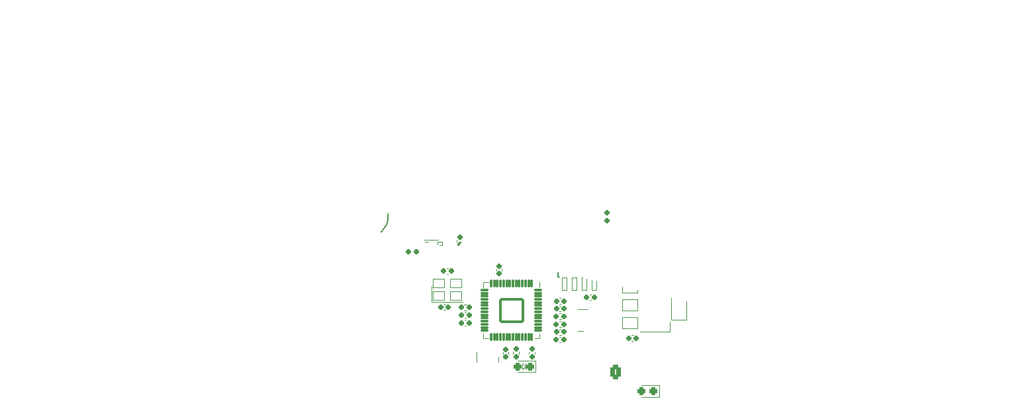
<source format=gbr>
%TF.GenerationSoftware,KiCad,Pcbnew,7.0.9*%
%TF.CreationDate,2023-12-20T17:33:09-07:00*%
%TF.ProjectId,vb_controller_pcb,76625f63-6f6e-4747-926f-6c6c65725f70,4a*%
%TF.SameCoordinates,Original*%
%TF.FileFunction,Legend,Top*%
%TF.FilePolarity,Positive*%
%FSLAX46Y46*%
G04 Gerber Fmt 4.6, Leading zero omitted, Abs format (unit mm)*
G04 Created by KiCad (PCBNEW 7.0.9) date 2023-12-20 17:33:09*
%MOMM*%
%LPD*%
G01*
G04 APERTURE LIST*
G04 Aperture macros list*
%AMRoundRect*
0 Rectangle with rounded corners*
0 $1 Rounding radius*
0 $2 $3 $4 $5 $6 $7 $8 $9 X,Y pos of 4 corners*
0 Add a 4 corners polygon primitive as box body*
4,1,4,$2,$3,$4,$5,$6,$7,$8,$9,$2,$3,0*
0 Add four circle primitives for the rounded corners*
1,1,$1+$1,$2,$3*
1,1,$1+$1,$4,$5*
1,1,$1+$1,$6,$7*
1,1,$1+$1,$8,$9*
0 Add four rect primitives between the rounded corners*
20,1,$1+$1,$2,$3,$4,$5,0*
20,1,$1+$1,$4,$5,$6,$7,0*
20,1,$1+$1,$6,$7,$8,$9,0*
20,1,$1+$1,$8,$9,$2,$3,0*%
%AMFreePoly0*
4,1,142,1.313367,2.648542,1.321935,2.645906,1.330902,2.645906,1.360764,2.636202,1.366113,2.632314,1.372436,2.630370,1.398126,2.612315,1.403507,2.605146,1.410760,2.599878,1.429217,2.574474,1.431260,2.568181,1.435231,2.562895,1.445403,2.533187,1.445543,2.524222,1.448313,2.515699,1.450800,2.500000,1.450800,-2.500000,1.448313,-2.515699,1.445543,-2.524222,1.445403,-2.533187,
1.435231,-2.562895,1.431260,-2.568181,1.429217,-2.574474,1.410760,-2.599878,1.403507,-2.605146,1.398126,-2.612315,1.372436,-2.630370,1.366113,-2.632314,1.360764,-2.636202,1.330902,-2.645906,1.321935,-2.645906,1.313367,-2.648542,1.297633,-2.650782,1.140502,-2.648315,1.132289,-2.646881,1.123969,-2.647143,0.812184,-2.607756,0.803050,-2.605102,0.793582,-2.604208,0.489192,-2.526054,
0.480466,-2.522278,0.471181,-2.520203,0.178986,-2.404515,0.170798,-2.399672,0.161850,-2.396451,-0.113539,-2.245054,-0.121053,-2.239224,-0.129529,-2.234906,-0.383773,-2.050187,-0.390501,-2.043458,-0.398364,-2.038116,-0.627453,-1.822989,-0.633284,-1.815470,-0.640417,-1.809183,-0.771443,-1.650800,-2.400000,-1.650800,-2.401553,-1.650553,-2.403114,-1.650768,-2.527194,-1.648206,-2.537963,-1.646271,
-2.548901,-1.646181,-2.793679,-1.605335,-2.805516,-1.601379,-2.817824,-1.599222,-3.052541,-1.518644,-3.063573,-1.512789,-3.075349,-1.508638,-3.293601,-1.390526,-3.303516,-1.382939,-3.314451,-1.376904,-3.510286,-1.224479,-3.518813,-1.215367,-3.528610,-1.207612,-3.696686,-1.025032,-3.703600,-1.014637,-3.711984,-1.005378,-3.847716,-0.797625,-3.852828,-0.786226,-3.859569,-0.775721,-3.959255,-0.548460,
-3.962418,-0.536385,-3.967343,-0.524904,-4.028263,-0.284334,-4.029396,-0.271894,-4.032361,-0.259769,-4.052855,-0.012453,-4.051926,0.000000,-4.052855,0.012453,-4.032361,0.259769,-4.029396,0.271894,-4.028263,0.284334,-3.967343,0.524904,-3.962418,0.536385,-3.959255,0.548460,-3.859569,0.775721,-3.852828,0.786226,-3.847716,0.797625,-3.711984,1.005378,-3.703600,1.014637,-3.696686,1.025032,
-3.528610,1.207612,-3.518813,1.215367,-3.510286,1.224479,-3.314451,1.376904,-3.303516,1.382939,-3.293601,1.390526,-3.075349,1.508638,-3.063573,1.512789,-3.052541,1.518644,-2.817824,1.599222,-2.805516,1.601379,-2.793679,1.605335,-2.548901,1.646181,-2.537963,1.646271,-2.527194,1.648206,-2.403114,1.650768,-2.401553,1.650553,-2.400000,1.650800,-0.771443,1.650800,-0.640417,1.809183,
-0.633284,1.815470,-0.627453,1.822989,-0.398364,2.038116,-0.390501,2.043458,-0.383773,2.050187,-0.129529,2.234906,-0.121053,2.239224,-0.113539,2.245054,0.161850,2.396451,0.170798,2.399672,0.178986,2.404515,0.471181,2.520203,0.480466,2.522278,0.489192,2.526054,0.793582,2.604208,0.803050,2.605102,0.812184,2.607756,1.123969,2.647143,1.132289,2.646881,1.140502,2.648315,
1.297633,2.650782,1.313367,2.648542,1.313367,2.648542,$1*%
%AMFreePoly1*
4,1,142,-1.140503,2.648315,-1.132291,2.646881,-1.123969,2.647143,-0.812184,2.607756,-0.803050,2.605102,-0.793582,2.604208,-0.489192,2.526054,-0.480466,2.522278,-0.471181,2.520203,-0.178985,2.404515,-0.170795,2.399671,-0.161851,2.396451,0.113539,2.245054,0.121053,2.239225,0.129530,2.234907,0.383773,2.050187,0.390497,2.043461,0.398365,2.038116,0.627453,1.822989,0.633286,1.815467,
0.640416,1.809183,0.771442,1.650800,2.400000,1.650800,2.401553,1.650553,2.403113,1.650768,2.527194,1.648206,2.537963,1.646271,2.548901,1.646181,2.793680,1.605335,2.805518,1.601379,2.817824,1.599222,3.052541,1.518644,3.063573,1.512789,3.075349,1.508638,3.293601,1.390526,3.303516,1.382939,3.314451,1.376904,3.510287,1.224479,3.518822,1.215359,3.528610,1.207611,
3.696687,1.025032,3.703604,1.014632,3.711984,1.005378,3.847715,0.797625,3.852824,0.786232,3.859569,0.775721,3.959255,0.548460,3.962419,0.536380,3.967343,0.524903,4.028263,0.284334,4.029396,0.271894,4.032361,0.259768,4.052855,0.012453,4.051926,0.000000,4.052855,-0.012453,4.032361,-0.259768,4.029396,-0.271894,4.028263,-0.284334,3.967343,-0.524903,3.962419,-0.536380,
3.959255,-0.548460,3.859569,-0.775721,3.852824,-0.786232,3.847715,-0.797625,3.711984,-1.005378,3.703604,-1.014632,3.696687,-1.025032,3.528610,-1.207611,3.518822,-1.215359,3.510287,-1.224479,3.314451,-1.376904,3.303516,-1.382939,3.293601,-1.390526,3.075349,-1.508638,3.063573,-1.512789,3.052541,-1.518644,2.817824,-1.599222,2.805518,-1.601379,2.793680,-1.605335,2.548901,-1.646181,
2.537963,-1.646271,2.527194,-1.648206,2.403113,-1.650768,2.401553,-1.650553,2.400000,-1.650800,0.771442,-1.650800,0.640416,-1.809183,0.633286,-1.815467,0.627453,-1.822989,0.398365,-2.038116,0.390497,-2.043461,0.383773,-2.050187,0.129530,-2.234907,0.121053,-2.239225,0.113539,-2.245054,-0.161851,-2.396451,-0.170795,-2.399671,-0.178985,-2.404515,-0.471181,-2.520203,-0.480466,-2.522278,
-0.489192,-2.526054,-0.793582,-2.604208,-0.803050,-2.605102,-0.812184,-2.607756,-1.123969,-2.647143,-1.132291,-2.646881,-1.140503,-2.648315,-1.297633,-2.650782,-1.313367,-2.648542,-1.321935,-2.645906,-1.330902,-2.645906,-1.360762,-2.636204,-1.366115,-2.632314,-1.372439,-2.630369,-1.398128,-2.612314,-1.403509,-2.605145,-1.410760,-2.599878,-1.429216,-2.574475,-1.431260,-2.568182,-1.435232,-2.562893,
-1.445403,-2.533187,-1.445543,-2.524222,-1.448313,-2.515699,-1.450800,-2.500000,-1.450800,2.500000,-1.448313,2.515699,-1.445543,2.524222,-1.445403,2.533187,-1.435232,2.562893,-1.431260,2.568182,-1.429216,2.574475,-1.410760,2.599878,-1.403509,2.605145,-1.398128,2.612314,-1.372439,2.630369,-1.366115,2.632314,-1.360762,2.636204,-1.330902,2.645906,-1.321935,2.645906,-1.313367,2.648542,
-1.297633,2.650782,-1.140503,2.648315,-1.140503,2.648315,$1*%
G04 Aperture macros list end*
%ADD10C,0.150000*%
%ADD11C,0.120000*%
%ADD12C,0.300000*%
%ADD13C,0.127000*%
%ADD14C,0.200000*%
%ADD15C,0.010000*%
%ADD16RoundRect,0.050800X-1.000000X-0.750000X1.000000X-0.750000X1.000000X0.750000X-1.000000X0.750000X0*%
%ADD17RoundRect,0.050800X-1.000000X-1.900000X1.000000X-1.900000X1.000000X1.900000X-1.000000X1.900000X0*%
%ADD18C,2.301600*%
%ADD19RoundRect,0.190800X-0.170000X0.140000X-0.170000X-0.140000X0.170000X-0.140000X0.170000X0.140000X0*%
%ADD20RoundRect,0.190800X0.140000X0.170000X-0.140000X0.170000X-0.140000X-0.170000X0.140000X-0.170000X0*%
%ADD21RoundRect,0.050800X-0.550000X0.900000X-0.550000X-0.900000X0.550000X-0.900000X0.550000X0.900000X0*%
%ADD22O,0.301600X0.801600*%
%ADD23RoundRect,0.050800X-0.153210X0.146720X-0.146720X-0.153210X0.153210X-0.146720X0.146720X0.153210X0*%
%ADD24RoundRect,0.050800X-0.135655X0.163088X-0.163088X-0.135655X0.135655X-0.163088X0.163088X0.135655X0*%
%ADD25RoundRect,0.050800X-0.168803X0.128473X-0.128473X-0.168803X0.168803X-0.128473X0.128473X0.168803X0*%
%ADD26RoundRect,0.050800X-0.116363X0.177369X-0.177369X-0.116363X0.116363X-0.177369X0.177369X0.116363X0*%
%ADD27RoundRect,0.050800X-0.182236X0.108582X-0.108582X-0.182236X0.182236X-0.108582X0.108582X0.182236X0*%
%ADD28RoundRect,0.050800X-0.095582X0.189378X-0.189378X-0.095582X0.095582X-0.189378X0.189378X0.095582X0*%
%ADD29RoundRect,0.050800X-0.193336X0.087300X-0.087300X-0.193336X0.193336X-0.087300X0.087300X0.193336X0*%
%ADD30RoundRect,0.050800X-0.073576X0.198964X-0.198964X-0.073576X0.073576X-0.198964X0.198964X0.073576X0*%
%ADD31RoundRect,0.050800X-0.201960X0.064901X-0.064901X-0.201960X0.201960X-0.064901X0.064901X0.201960X0*%
%ADD32RoundRect,0.050800X-0.050629X0.206002X-0.206002X-0.050629X0.050629X-0.206002X0.206002X0.050629X0*%
%ADD33RoundRect,0.050800X-0.207999X0.041671X-0.041671X-0.207999X0.207999X-0.041671X0.041671X0.207999X0*%
%ADD34RoundRect,0.050800X-0.027034X0.210402X-0.210402X-0.027034X0.027034X-0.210402X0.210402X0.027034X0*%
%ADD35RoundRect,0.050800X-0.211375X0.017908X-0.017908X-0.211375X0.211375X-0.017908X0.017908X0.211375X0*%
%ADD36RoundRect,0.050800X-0.003093X0.212109X-0.212109X-0.003093X0.003093X-0.212109X0.212109X0.003093X0*%
%ADD37RoundRect,0.050800X-0.212045X-0.006085X0.006085X-0.212045X0.212045X0.006085X-0.006085X0.212045X0*%
%ADD38RoundRect,0.050800X0.020888X0.211101X-0.211101X0.020888X-0.020888X-0.211101X0.211101X-0.020888X0*%
%ADD39RoundRect,0.050800X-0.210000X-0.030000X0.030000X-0.210000X0.210000X0.030000X-0.030000X0.210000X0*%
%ADD40RoundRect,0.050800X0.044602X0.207390X-0.207390X0.044602X-0.044602X-0.207390X0.207390X-0.044602X0*%
%ADD41RoundRect,0.050800X0.060754X0.203246X-0.203246X0.060754X-0.060754X-0.203246X0.203246X-0.060754X0*%
%ADD42O,0.401600X1.289034*%
%ADD43O,0.401600X3.479009*%
%ADD44O,0.401600X4.069223*%
%ADD45O,0.401600X4.608059*%
%ADD46O,0.401600X4.535632*%
%ADD47O,0.401600X4.270727*%
%ADD48O,0.401600X3.039444*%
%ADD49O,0.401600X1.601600*%
%ADD50RoundRect,0.050800X0.203246X0.060754X-0.060754X0.203246X-0.203246X-0.060754X0.060754X-0.203246X0*%
%ADD51RoundRect,0.050800X0.208808X0.037405X-0.037405X0.208808X-0.208808X-0.037405X0.037405X-0.208808X0*%
%ADD52RoundRect,0.050800X-0.030000X-0.210000X0.210000X-0.030000X0.030000X0.210000X-0.210000X0.030000X0*%
%ADD53RoundRect,0.050800X0.211697X0.013578X-0.013578X0.211697X-0.211697X-0.013578X0.013578X-0.211697X0*%
%ADD54RoundRect,0.050800X-0.013412X-0.211708X0.211708X-0.013412X0.013412X0.211708X-0.211708X0.013412X0*%
%ADD55RoundRect,0.050800X0.211876X-0.010424X0.010424X0.211876X-0.211876X0.010424X-0.010424X-0.211876X0*%
%ADD56RoundRect,0.050800X0.010589X-0.211868X0.211868X0.010589X-0.010589X0.211868X-0.211868X-0.010589X0*%
%ADD57RoundRect,0.050800X0.209342X-0.034292X0.034292X0.209342X-0.209342X0.034292X-0.034292X-0.209342X0*%
%ADD58RoundRect,0.050800X0.034455X-0.209315X0.209315X0.034455X-0.034455X0.209315X-0.209315X-0.034455X0*%
%ADD59RoundRect,0.050800X0.204128X-0.057721X0.057721X0.204128X-0.204128X0.057721X-0.057721X-0.204128X0*%
%ADD60RoundRect,0.050800X0.057880X-0.204083X0.204083X0.057880X-0.057880X0.204083X-0.204083X-0.057880X0*%
%ADD61RoundRect,0.050800X0.196301X-0.080411X0.080411X0.196301X-0.196301X0.080411X-0.080411X-0.196301X0*%
%ADD62RoundRect,0.050800X0.080564X-0.196238X0.196238X0.080564X-0.080564X0.196238X-0.196238X-0.080564X0*%
%ADD63RoundRect,0.050800X0.185961X-0.102072X0.102072X0.185961X-0.185961X0.102072X-0.102072X-0.185961X0*%
%ADD64RoundRect,0.050800X0.102217X-0.185881X0.185881X0.102217X-0.102217X0.185881X-0.185881X-0.102217X0*%
%ADD65RoundRect,0.050800X0.173240X-0.122425X0.122425X0.173240X-0.173240X0.122425X-0.122425X-0.173240X0*%
%ADD66RoundRect,0.050800X0.122561X-0.173144X0.173144X0.122561X-0.122561X0.173144X-0.173144X-0.122561X0*%
%ADD67RoundRect,0.050800X0.158301X-0.141212X0.141212X0.158301X-0.158301X0.141212X-0.141212X-0.158301X0*%
%ADD68RoundRect,0.050800X0.141336X-0.158191X0.158191X0.141336X-0.141336X0.158191X-0.158191X-0.141336X0*%
%ADD69FreePoly0,0.000000*%
%ADD70FreePoly1,0.000000*%
%ADD71FreePoly0,90.000000*%
%ADD72FreePoly1,90.000000*%
%ADD73RoundRect,0.050800X0.146720X0.153210X-0.153210X0.146720X-0.146720X-0.153210X0.153210X-0.146720X0*%
%ADD74RoundRect,0.050800X0.163088X0.135655X-0.135655X0.163088X-0.163088X-0.135655X0.135655X-0.163088X0*%
%ADD75RoundRect,0.050800X0.128473X0.168803X-0.168803X0.128473X-0.128473X-0.168803X0.168803X-0.128473X0*%
%ADD76RoundRect,0.050800X0.177369X0.116363X-0.116363X0.177369X-0.177369X-0.116363X0.116363X-0.177369X0*%
%ADD77RoundRect,0.050800X0.108582X0.182236X-0.182236X0.108582X-0.108582X-0.182236X0.182236X-0.108582X0*%
%ADD78RoundRect,0.050800X0.189378X0.095582X-0.095582X0.189378X-0.189378X-0.095582X0.095582X-0.189378X0*%
%ADD79RoundRect,0.050800X0.087300X0.193336X-0.193336X0.087300X-0.087300X-0.193336X0.193336X-0.087300X0*%
%ADD80RoundRect,0.050800X0.198964X0.073576X-0.073576X0.198964X-0.198964X-0.073576X0.073576X-0.198964X0*%
%ADD81RoundRect,0.050800X0.064901X0.201960X-0.201960X0.064901X-0.064901X-0.201960X0.201960X-0.064901X0*%
%ADD82RoundRect,0.050800X0.206002X0.050629X-0.050629X0.206002X-0.206002X-0.050629X0.050629X-0.206002X0*%
%ADD83RoundRect,0.050800X0.041671X0.207999X-0.207999X0.041671X-0.041671X-0.207999X0.207999X-0.041671X0*%
%ADD84RoundRect,0.050800X0.210402X0.027034X-0.027034X0.210402X-0.210402X-0.027034X0.027034X-0.210402X0*%
%ADD85RoundRect,0.050800X0.017908X0.211375X-0.211375X0.017908X-0.017908X-0.211375X0.211375X-0.017908X0*%
%ADD86RoundRect,0.050800X0.212109X0.003093X-0.003093X0.212109X-0.212109X-0.003093X0.003093X-0.212109X0*%
%ADD87RoundRect,0.050800X-0.006085X0.212045X-0.212045X-0.006085X0.006085X-0.212045X0.212045X0.006085X0*%
%ADD88RoundRect,0.050800X0.211101X-0.020888X0.020888X0.211101X-0.211101X0.020888X-0.020888X-0.211101X0*%
%ADD89RoundRect,0.050800X-0.030000X0.210000X-0.210000X-0.030000X0.030000X-0.210000X0.210000X0.030000X0*%
%ADD90RoundRect,0.050800X0.207390X-0.044602X0.044602X0.207390X-0.207390X0.044602X-0.044602X-0.207390X0*%
%ADD91RoundRect,0.050800X0.203246X-0.060754X0.060754X0.203246X-0.203246X0.060754X-0.060754X-0.203246X0*%
%ADD92O,1.289034X0.401600*%
%ADD93O,3.479009X0.401600*%
%ADD94O,4.069223X0.401600*%
%ADD95O,4.608059X0.401600*%
%ADD96O,4.535632X0.401600*%
%ADD97O,4.270727X0.401600*%
%ADD98O,3.039444X0.401600*%
%ADD99O,1.601600X0.401600*%
%ADD100RoundRect,0.050800X0.060754X-0.203246X0.203246X0.060754X-0.060754X0.203246X-0.203246X-0.060754X0*%
%ADD101RoundRect,0.050800X0.037405X-0.208808X0.208808X0.037405X-0.037405X0.208808X-0.208808X-0.037405X0*%
%ADD102RoundRect,0.050800X-0.210000X0.030000X-0.030000X-0.210000X0.210000X-0.030000X0.030000X0.210000X0*%
%ADD103RoundRect,0.050800X0.013578X-0.211697X0.211697X0.013578X-0.013578X0.211697X-0.211697X-0.013578X0*%
%ADD104RoundRect,0.050800X-0.211708X0.013412X-0.013412X-0.211708X0.211708X-0.013412X0.013412X0.211708X0*%
%ADD105RoundRect,0.050800X-0.010424X-0.211876X0.211876X-0.010424X0.010424X0.211876X-0.211876X0.010424X0*%
%ADD106RoundRect,0.050800X-0.211868X-0.010589X0.010589X-0.211868X0.211868X0.010589X-0.010589X0.211868X0*%
%ADD107RoundRect,0.050800X-0.034292X-0.209342X0.209342X-0.034292X0.034292X0.209342X-0.209342X0.034292X0*%
%ADD108RoundRect,0.050800X-0.209315X-0.034455X0.034455X-0.209315X0.209315X0.034455X-0.034455X0.209315X0*%
%ADD109RoundRect,0.050800X-0.057721X-0.204128X0.204128X-0.057721X0.057721X0.204128X-0.204128X0.057721X0*%
%ADD110RoundRect,0.050800X-0.204083X-0.057880X0.057880X-0.204083X0.204083X0.057880X-0.057880X0.204083X0*%
%ADD111RoundRect,0.050800X-0.080411X-0.196301X0.196301X-0.080411X0.080411X0.196301X-0.196301X0.080411X0*%
%ADD112RoundRect,0.050800X-0.196238X-0.080564X0.080564X-0.196238X0.196238X0.080564X-0.080564X0.196238X0*%
%ADD113RoundRect,0.050800X-0.102072X-0.185961X0.185961X-0.102072X0.102072X0.185961X-0.185961X0.102072X0*%
%ADD114RoundRect,0.050800X-0.185881X-0.102217X0.102217X-0.185881X0.185881X0.102217X-0.102217X0.185881X0*%
%ADD115RoundRect,0.050800X-0.122425X-0.173240X0.173240X-0.122425X0.122425X0.173240X-0.173240X0.122425X0*%
%ADD116RoundRect,0.050800X-0.173144X-0.122561X0.122561X-0.173144X0.173144X0.122561X-0.122561X0.173144X0*%
%ADD117RoundRect,0.050800X-0.141212X-0.158301X0.158301X-0.141212X0.141212X0.158301X-0.158301X0.141212X0*%
%ADD118RoundRect,0.050800X-0.158191X-0.141336X0.141336X-0.158191X0.158191X0.141336X-0.141336X0.158191X0*%
%ADD119RoundRect,0.185800X0.135000X0.185000X-0.135000X0.185000X-0.135000X-0.185000X0.135000X-0.185000X0*%
%ADD120RoundRect,0.185800X0.185000X-0.135000X0.185000X0.135000X-0.185000X0.135000X-0.185000X-0.135000X0*%
%ADD121RoundRect,0.190800X0.170000X-0.140000X0.170000X0.140000X-0.170000X0.140000X-0.170000X-0.140000X0*%
%ADD122RoundRect,0.190800X-0.140000X-0.170000X0.140000X-0.170000X0.140000X0.170000X-0.140000X0.170000X0*%
%ADD123O,0.801600X0.301600*%
%ADD124RoundRect,0.269550X0.218750X0.256250X-0.218750X0.256250X-0.218750X-0.256250X0.218750X-0.256250X0*%
%ADD125RoundRect,0.050800X0.153210X-0.146720X0.146720X0.153210X-0.153210X0.146720X-0.146720X-0.153210X0*%
%ADD126RoundRect,0.050800X0.135655X-0.163088X0.163088X0.135655X-0.135655X0.163088X-0.163088X-0.135655X0*%
%ADD127RoundRect,0.050800X0.168803X-0.128473X0.128473X0.168803X-0.168803X0.128473X-0.128473X-0.168803X0*%
%ADD128RoundRect,0.050800X0.116363X-0.177369X0.177369X0.116363X-0.116363X0.177369X-0.177369X-0.116363X0*%
%ADD129RoundRect,0.050800X0.182236X-0.108582X0.108582X0.182236X-0.182236X0.108582X-0.108582X-0.182236X0*%
%ADD130RoundRect,0.050800X0.095582X-0.189378X0.189378X0.095582X-0.095582X0.189378X-0.189378X-0.095582X0*%
%ADD131RoundRect,0.050800X0.193336X-0.087300X0.087300X0.193336X-0.193336X0.087300X-0.087300X-0.193336X0*%
%ADD132RoundRect,0.050800X0.073576X-0.198964X0.198964X0.073576X-0.073576X0.198964X-0.198964X-0.073576X0*%
%ADD133RoundRect,0.050800X0.201960X-0.064901X0.064901X0.201960X-0.201960X0.064901X-0.064901X-0.201960X0*%
%ADD134RoundRect,0.050800X0.050629X-0.206002X0.206002X0.050629X-0.050629X0.206002X-0.206002X-0.050629X0*%
%ADD135RoundRect,0.050800X0.207999X-0.041671X0.041671X0.207999X-0.207999X0.041671X-0.041671X-0.207999X0*%
%ADD136RoundRect,0.050800X0.027034X-0.210402X0.210402X0.027034X-0.027034X0.210402X-0.210402X-0.027034X0*%
%ADD137RoundRect,0.050800X0.211375X-0.017908X0.017908X0.211375X-0.211375X0.017908X-0.017908X-0.211375X0*%
%ADD138RoundRect,0.050800X0.003093X-0.212109X0.212109X0.003093X-0.003093X0.212109X-0.212109X-0.003093X0*%
%ADD139RoundRect,0.050800X0.212045X0.006085X-0.006085X0.212045X-0.212045X-0.006085X0.006085X-0.212045X0*%
%ADD140RoundRect,0.050800X-0.020888X-0.211101X0.211101X-0.020888X0.020888X0.211101X-0.211101X0.020888X0*%
%ADD141RoundRect,0.050800X0.210000X0.030000X-0.030000X0.210000X-0.210000X-0.030000X0.030000X-0.210000X0*%
%ADD142RoundRect,0.050800X-0.044602X-0.207390X0.207390X-0.044602X0.044602X0.207390X-0.207390X0.044602X0*%
%ADD143RoundRect,0.050800X-0.060754X-0.203246X0.203246X-0.060754X0.060754X0.203246X-0.203246X0.060754X0*%
%ADD144RoundRect,0.050800X-0.203246X-0.060754X0.060754X-0.203246X0.203246X0.060754X-0.060754X0.203246X0*%
%ADD145RoundRect,0.050800X-0.208808X-0.037405X0.037405X-0.208808X0.208808X0.037405X-0.037405X0.208808X0*%
%ADD146RoundRect,0.050800X0.030000X0.210000X-0.210000X0.030000X-0.030000X-0.210000X0.210000X-0.030000X0*%
%ADD147RoundRect,0.050800X-0.211697X-0.013578X0.013578X-0.211697X0.211697X0.013578X-0.013578X0.211697X0*%
%ADD148RoundRect,0.050800X0.013412X0.211708X-0.211708X0.013412X-0.013412X-0.211708X0.211708X-0.013412X0*%
%ADD149RoundRect,0.050800X-0.211876X0.010424X-0.010424X-0.211876X0.211876X-0.010424X0.010424X0.211876X0*%
%ADD150RoundRect,0.050800X-0.010589X0.211868X-0.211868X-0.010589X0.010589X-0.211868X0.211868X0.010589X0*%
%ADD151RoundRect,0.050800X-0.209342X0.034292X-0.034292X-0.209342X0.209342X-0.034292X0.034292X0.209342X0*%
%ADD152RoundRect,0.050800X-0.034455X0.209315X-0.209315X-0.034455X0.034455X-0.209315X0.209315X0.034455X0*%
%ADD153RoundRect,0.050800X-0.204128X0.057721X-0.057721X-0.204128X0.204128X-0.057721X0.057721X0.204128X0*%
%ADD154RoundRect,0.050800X-0.057880X0.204083X-0.204083X-0.057880X0.057880X-0.204083X0.204083X0.057880X0*%
%ADD155RoundRect,0.050800X-0.196301X0.080411X-0.080411X-0.196301X0.196301X-0.080411X0.080411X0.196301X0*%
%ADD156RoundRect,0.050800X-0.080564X0.196238X-0.196238X-0.080564X0.080564X-0.196238X0.196238X0.080564X0*%
%ADD157RoundRect,0.050800X-0.185961X0.102072X-0.102072X-0.185961X0.185961X-0.102072X0.102072X0.185961X0*%
%ADD158RoundRect,0.050800X-0.102217X0.185881X-0.185881X-0.102217X0.102217X-0.185881X0.185881X0.102217X0*%
%ADD159RoundRect,0.050800X-0.173240X0.122425X-0.122425X-0.173240X0.173240X-0.122425X0.122425X0.173240X0*%
%ADD160RoundRect,0.050800X-0.122561X0.173144X-0.173144X-0.122561X0.122561X-0.173144X0.173144X0.122561X0*%
%ADD161RoundRect,0.050800X-0.158301X0.141212X-0.141212X-0.158301X0.158301X-0.141212X0.141212X0.158301X0*%
%ADD162RoundRect,0.050800X-0.141336X0.158191X-0.158191X-0.141336X0.141336X-0.158191X0.158191X0.141336X0*%
%ADD163RoundRect,0.050800X-0.325000X-0.200000X0.325000X-0.200000X0.325000X0.200000X-0.325000X0.200000X0*%
%ADD164RoundRect,0.185800X-0.135000X-0.185000X0.135000X-0.185000X0.135000X0.185000X-0.135000X0.185000X0*%
%ADD165RoundRect,0.050800X-0.290000X0.805000X-0.290000X-0.805000X0.290000X-0.805000X0.290000X0.805000X0*%
%ADD166RoundRect,0.125800X-0.075000X0.225000X-0.075000X-0.225000X0.075000X-0.225000X0.075000X0.225000X0*%
%ADD167RoundRect,0.100800X-0.700000X0.050000X-0.700000X-0.050000X0.700000X-0.050000X0.700000X0.050000X0*%
%ADD168RoundRect,0.050800X-0.700000X-0.575000X0.700000X-0.575000X0.700000X0.575000X-0.700000X0.575000X0*%
%ADD169RoundRect,0.100800X-0.050000X0.387500X-0.050000X-0.387500X0.050000X-0.387500X0.050000X0.387500X0*%
%ADD170RoundRect,0.100800X-0.387500X0.050000X-0.387500X-0.050000X0.387500X-0.050000X0.387500X0.050000X0*%
%ADD171RoundRect,0.194800X-1.456000X1.456000X-1.456000X-1.456000X1.456000X-1.456000X1.456000X1.456000X0*%
%ADD172RoundRect,0.300800X-0.350000X-0.625000X0.350000X-0.625000X0.350000X0.625000X-0.350000X0.625000X0*%
%ADD173O,1.301600X1.851600*%
G04 APERTURE END LIST*
D10*
X146169048Y-110469819D02*
X146407143Y-111469819D01*
X146407143Y-111469819D02*
X146597619Y-110755533D01*
X146597619Y-110755533D02*
X146788095Y-111469819D01*
X146788095Y-111469819D02*
X147026191Y-110469819D01*
X147407143Y-110946009D02*
X147740476Y-110946009D01*
X147883333Y-111469819D02*
X147407143Y-111469819D01*
X147407143Y-111469819D02*
X147407143Y-110469819D01*
X147407143Y-110469819D02*
X147883333Y-110469819D01*
X148645238Y-110946009D02*
X148788095Y-110993628D01*
X148788095Y-110993628D02*
X148835714Y-111041247D01*
X148835714Y-111041247D02*
X148883333Y-111136485D01*
X148883333Y-111136485D02*
X148883333Y-111279342D01*
X148883333Y-111279342D02*
X148835714Y-111374580D01*
X148835714Y-111374580D02*
X148788095Y-111422200D01*
X148788095Y-111422200D02*
X148692857Y-111469819D01*
X148692857Y-111469819D02*
X148311905Y-111469819D01*
X148311905Y-111469819D02*
X148311905Y-110469819D01*
X148311905Y-110469819D02*
X148645238Y-110469819D01*
X148645238Y-110469819D02*
X148740476Y-110517438D01*
X148740476Y-110517438D02*
X148788095Y-110565057D01*
X148788095Y-110565057D02*
X148835714Y-110660295D01*
X148835714Y-110660295D02*
X148835714Y-110755533D01*
X148835714Y-110755533D02*
X148788095Y-110850771D01*
X148788095Y-110850771D02*
X148740476Y-110898390D01*
X148740476Y-110898390D02*
X148645238Y-110946009D01*
X148645238Y-110946009D02*
X148311905Y-110946009D01*
X145645238Y-112984580D02*
X145597619Y-113032200D01*
X145597619Y-113032200D02*
X145454762Y-113079819D01*
X145454762Y-113079819D02*
X145359524Y-113079819D01*
X145359524Y-113079819D02*
X145216667Y-113032200D01*
X145216667Y-113032200D02*
X145121429Y-112936961D01*
X145121429Y-112936961D02*
X145073810Y-112841723D01*
X145073810Y-112841723D02*
X145026191Y-112651247D01*
X145026191Y-112651247D02*
X145026191Y-112508390D01*
X145026191Y-112508390D02*
X145073810Y-112317914D01*
X145073810Y-112317914D02*
X145121429Y-112222676D01*
X145121429Y-112222676D02*
X145216667Y-112127438D01*
X145216667Y-112127438D02*
X145359524Y-112079819D01*
X145359524Y-112079819D02*
X145454762Y-112079819D01*
X145454762Y-112079819D02*
X145597619Y-112127438D01*
X145597619Y-112127438D02*
X145645238Y-112175057D01*
X146264286Y-112079819D02*
X146454762Y-112079819D01*
X146454762Y-112079819D02*
X146550000Y-112127438D01*
X146550000Y-112127438D02*
X146645238Y-112222676D01*
X146645238Y-112222676D02*
X146692857Y-112413152D01*
X146692857Y-112413152D02*
X146692857Y-112746485D01*
X146692857Y-112746485D02*
X146645238Y-112936961D01*
X146645238Y-112936961D02*
X146550000Y-113032200D01*
X146550000Y-113032200D02*
X146454762Y-113079819D01*
X146454762Y-113079819D02*
X146264286Y-113079819D01*
X146264286Y-113079819D02*
X146169048Y-113032200D01*
X146169048Y-113032200D02*
X146073810Y-112936961D01*
X146073810Y-112936961D02*
X146026191Y-112746485D01*
X146026191Y-112746485D02*
X146026191Y-112413152D01*
X146026191Y-112413152D02*
X146073810Y-112222676D01*
X146073810Y-112222676D02*
X146169048Y-112127438D01*
X146169048Y-112127438D02*
X146264286Y-112079819D01*
X147121429Y-113079819D02*
X147121429Y-112079819D01*
X147121429Y-112079819D02*
X147692857Y-113079819D01*
X147692857Y-113079819D02*
X147692857Y-112079819D01*
X148502381Y-112556009D02*
X148169048Y-112556009D01*
X148169048Y-113079819D02*
X148169048Y-112079819D01*
X148169048Y-112079819D02*
X148645238Y-112079819D01*
X149026191Y-113079819D02*
X149026191Y-112079819D01*
X150026190Y-112127438D02*
X149930952Y-112079819D01*
X149930952Y-112079819D02*
X149788095Y-112079819D01*
X149788095Y-112079819D02*
X149645238Y-112127438D01*
X149645238Y-112127438D02*
X149550000Y-112222676D01*
X149550000Y-112222676D02*
X149502381Y-112317914D01*
X149502381Y-112317914D02*
X149454762Y-112508390D01*
X149454762Y-112508390D02*
X149454762Y-112651247D01*
X149454762Y-112651247D02*
X149502381Y-112841723D01*
X149502381Y-112841723D02*
X149550000Y-112936961D01*
X149550000Y-112936961D02*
X149645238Y-113032200D01*
X149645238Y-113032200D02*
X149788095Y-113079819D01*
X149788095Y-113079819D02*
X149883333Y-113079819D01*
X149883333Y-113079819D02*
X150026190Y-113032200D01*
X150026190Y-113032200D02*
X150073809Y-112984580D01*
X150073809Y-112984580D02*
X150073809Y-112651247D01*
X150073809Y-112651247D02*
X149883333Y-112651247D01*
X144550475Y-123074295D02*
X144093332Y-123074295D01*
X144321904Y-123074295D02*
X144321904Y-122274295D01*
X144321904Y-122274295D02*
X144245713Y-122388580D01*
X144245713Y-122388580D02*
X144169523Y-122464771D01*
X144169523Y-122464771D02*
X144093332Y-122502866D01*
X144931428Y-123074295D02*
X145083809Y-123074295D01*
X145083809Y-123074295D02*
X145159999Y-123036200D01*
X145159999Y-123036200D02*
X145198095Y-122998104D01*
X145198095Y-122998104D02*
X145274285Y-122883819D01*
X145274285Y-122883819D02*
X145312380Y-122731438D01*
X145312380Y-122731438D02*
X145312380Y-122426676D01*
X145312380Y-122426676D02*
X145274285Y-122350485D01*
X145274285Y-122350485D02*
X145236190Y-122312390D01*
X145236190Y-122312390D02*
X145159999Y-122274295D01*
X145159999Y-122274295D02*
X145007618Y-122274295D01*
X145007618Y-122274295D02*
X144931428Y-122312390D01*
X144931428Y-122312390D02*
X144893333Y-122350485D01*
X144893333Y-122350485D02*
X144855237Y-122426676D01*
X144855237Y-122426676D02*
X144855237Y-122617152D01*
X144855237Y-122617152D02*
X144893333Y-122693342D01*
X144893333Y-122693342D02*
X144931428Y-122731438D01*
X144931428Y-122731438D02*
X145007618Y-122769533D01*
X145007618Y-122769533D02*
X145159999Y-122769533D01*
X145159999Y-122769533D02*
X145236190Y-122731438D01*
X145236190Y-122731438D02*
X145274285Y-122693342D01*
X145274285Y-122693342D02*
X145312380Y-122617152D01*
X145617142Y-122350485D02*
X145655238Y-122312390D01*
X145655238Y-122312390D02*
X145731428Y-122274295D01*
X145731428Y-122274295D02*
X145921904Y-122274295D01*
X145921904Y-122274295D02*
X145998095Y-122312390D01*
X145998095Y-122312390D02*
X146036190Y-122350485D01*
X146036190Y-122350485D02*
X146074285Y-122426676D01*
X146074285Y-122426676D02*
X146074285Y-122502866D01*
X146074285Y-122502866D02*
X146036190Y-122617152D01*
X146036190Y-122617152D02*
X145579047Y-123074295D01*
X145579047Y-123074295D02*
X146074285Y-123074295D01*
X146417143Y-122998104D02*
X146455238Y-123036200D01*
X146455238Y-123036200D02*
X146417143Y-123074295D01*
X146417143Y-123074295D02*
X146379047Y-123036200D01*
X146379047Y-123036200D02*
X146417143Y-122998104D01*
X146417143Y-122998104D02*
X146417143Y-123074295D01*
X147217142Y-123074295D02*
X146759999Y-123074295D01*
X146988571Y-123074295D02*
X146988571Y-122274295D01*
X146988571Y-122274295D02*
X146912380Y-122388580D01*
X146912380Y-122388580D02*
X146836190Y-122464771D01*
X146836190Y-122464771D02*
X146759999Y-122502866D01*
X147902857Y-122274295D02*
X147750476Y-122274295D01*
X147750476Y-122274295D02*
X147674285Y-122312390D01*
X147674285Y-122312390D02*
X147636190Y-122350485D01*
X147636190Y-122350485D02*
X147560000Y-122464771D01*
X147560000Y-122464771D02*
X147521904Y-122617152D01*
X147521904Y-122617152D02*
X147521904Y-122921914D01*
X147521904Y-122921914D02*
X147560000Y-122998104D01*
X147560000Y-122998104D02*
X147598095Y-123036200D01*
X147598095Y-123036200D02*
X147674285Y-123074295D01*
X147674285Y-123074295D02*
X147826666Y-123074295D01*
X147826666Y-123074295D02*
X147902857Y-123036200D01*
X147902857Y-123036200D02*
X147940952Y-122998104D01*
X147940952Y-122998104D02*
X147979047Y-122921914D01*
X147979047Y-122921914D02*
X147979047Y-122731438D01*
X147979047Y-122731438D02*
X147940952Y-122655247D01*
X147940952Y-122655247D02*
X147902857Y-122617152D01*
X147902857Y-122617152D02*
X147826666Y-122579057D01*
X147826666Y-122579057D02*
X147674285Y-122579057D01*
X147674285Y-122579057D02*
X147598095Y-122617152D01*
X147598095Y-122617152D02*
X147560000Y-122655247D01*
X147560000Y-122655247D02*
X147521904Y-122731438D01*
X148436190Y-122617152D02*
X148360000Y-122579057D01*
X148360000Y-122579057D02*
X148321905Y-122540961D01*
X148321905Y-122540961D02*
X148283809Y-122464771D01*
X148283809Y-122464771D02*
X148283809Y-122426676D01*
X148283809Y-122426676D02*
X148321905Y-122350485D01*
X148321905Y-122350485D02*
X148360000Y-122312390D01*
X148360000Y-122312390D02*
X148436190Y-122274295D01*
X148436190Y-122274295D02*
X148588571Y-122274295D01*
X148588571Y-122274295D02*
X148664762Y-122312390D01*
X148664762Y-122312390D02*
X148702857Y-122350485D01*
X148702857Y-122350485D02*
X148740952Y-122426676D01*
X148740952Y-122426676D02*
X148740952Y-122464771D01*
X148740952Y-122464771D02*
X148702857Y-122540961D01*
X148702857Y-122540961D02*
X148664762Y-122579057D01*
X148664762Y-122579057D02*
X148588571Y-122617152D01*
X148588571Y-122617152D02*
X148436190Y-122617152D01*
X148436190Y-122617152D02*
X148360000Y-122655247D01*
X148360000Y-122655247D02*
X148321905Y-122693342D01*
X148321905Y-122693342D02*
X148283809Y-122769533D01*
X148283809Y-122769533D02*
X148283809Y-122921914D01*
X148283809Y-122921914D02*
X148321905Y-122998104D01*
X148321905Y-122998104D02*
X148360000Y-123036200D01*
X148360000Y-123036200D02*
X148436190Y-123074295D01*
X148436190Y-123074295D02*
X148588571Y-123074295D01*
X148588571Y-123074295D02*
X148664762Y-123036200D01*
X148664762Y-123036200D02*
X148702857Y-122998104D01*
X148702857Y-122998104D02*
X148740952Y-122921914D01*
X148740952Y-122921914D02*
X148740952Y-122769533D01*
X148740952Y-122769533D02*
X148702857Y-122693342D01*
X148702857Y-122693342D02*
X148664762Y-122655247D01*
X148664762Y-122655247D02*
X148588571Y-122617152D01*
X149083810Y-122998104D02*
X149121905Y-123036200D01*
X149121905Y-123036200D02*
X149083810Y-123074295D01*
X149083810Y-123074295D02*
X149045714Y-123036200D01*
X149045714Y-123036200D02*
X149083810Y-122998104D01*
X149083810Y-122998104D02*
X149083810Y-123074295D01*
X149388571Y-122274295D02*
X149921905Y-122274295D01*
X149921905Y-122274295D02*
X149579047Y-123074295D01*
X150226667Y-122998104D02*
X150264762Y-123036200D01*
X150264762Y-123036200D02*
X150226667Y-123074295D01*
X150226667Y-123074295D02*
X150188571Y-123036200D01*
X150188571Y-123036200D02*
X150226667Y-122998104D01*
X150226667Y-122998104D02*
X150226667Y-123074295D01*
X151026666Y-123074295D02*
X150569523Y-123074295D01*
X150798095Y-123074295D02*
X150798095Y-122274295D01*
X150798095Y-122274295D02*
X150721904Y-122388580D01*
X150721904Y-122388580D02*
X150645714Y-122464771D01*
X150645714Y-122464771D02*
X150569523Y-122502866D01*
X180370112Y-112546009D02*
X180036779Y-112546009D01*
X180036779Y-113069819D02*
X180036779Y-112069819D01*
X180036779Y-112069819D02*
X180512969Y-112069819D01*
X181370112Y-113069819D02*
X180893922Y-113069819D01*
X180893922Y-113069819D02*
X180893922Y-112069819D01*
X181655827Y-112784104D02*
X182132017Y-112784104D01*
X181560589Y-113069819D02*
X181893922Y-112069819D01*
X181893922Y-112069819D02*
X182227255Y-113069819D01*
X182512970Y-113022200D02*
X182655827Y-113069819D01*
X182655827Y-113069819D02*
X182893922Y-113069819D01*
X182893922Y-113069819D02*
X182989160Y-113022200D01*
X182989160Y-113022200D02*
X183036779Y-112974580D01*
X183036779Y-112974580D02*
X183084398Y-112879342D01*
X183084398Y-112879342D02*
X183084398Y-112784104D01*
X183084398Y-112784104D02*
X183036779Y-112688866D01*
X183036779Y-112688866D02*
X182989160Y-112641247D01*
X182989160Y-112641247D02*
X182893922Y-112593628D01*
X182893922Y-112593628D02*
X182703446Y-112546009D01*
X182703446Y-112546009D02*
X182608208Y-112498390D01*
X182608208Y-112498390D02*
X182560589Y-112450771D01*
X182560589Y-112450771D02*
X182512970Y-112355533D01*
X182512970Y-112355533D02*
X182512970Y-112260295D01*
X182512970Y-112260295D02*
X182560589Y-112165057D01*
X182560589Y-112165057D02*
X182608208Y-112117438D01*
X182608208Y-112117438D02*
X182703446Y-112069819D01*
X182703446Y-112069819D02*
X182941541Y-112069819D01*
X182941541Y-112069819D02*
X183084398Y-112117438D01*
X183512970Y-113069819D02*
X183512970Y-112069819D01*
X183512970Y-112546009D02*
X184084398Y-112546009D01*
X184084398Y-113069819D02*
X184084398Y-112069819D01*
D11*
%TO.C,U3*%
X178780000Y-137065000D02*
X184790000Y-137065000D01*
X181030000Y-143885000D02*
X184790000Y-143885000D01*
X184790000Y-137065000D02*
X184790000Y-138325000D01*
X184790000Y-143885000D02*
X184790000Y-142625000D01*
%TO.C,C11*%
X164190000Y-146497164D02*
X164190000Y-146712836D01*
X163470000Y-146497164D02*
X163470000Y-146712836D01*
%TO.C,C5*%
X174780325Y-139840000D02*
X174564653Y-139840000D01*
X174780325Y-139120000D02*
X174564653Y-139120000D01*
%TO.C,SW6*%
X180840000Y-114940000D02*
X182920000Y-114940000D01*
X184600000Y-116210000D02*
X184110000Y-115720000D01*
X184600000Y-116210000D02*
X184600000Y-119110000D01*
X179160000Y-116210000D02*
X179650000Y-115720000D01*
X179160000Y-116210000D02*
X179160000Y-119110000D01*
X184600000Y-119110000D02*
X184110000Y-119600000D01*
X179160000Y-119110000D02*
X179650000Y-119600000D01*
X180840000Y-120380000D02*
X182920000Y-120380000D01*
%TO.C,U5*%
X204690000Y-131935000D02*
X204690000Y-133235000D01*
X207490000Y-132585000D02*
X207490000Y-133235000D01*
D10*
%TO.C,SW4*%
X148800000Y-129000000D02*
G75*
G03*
X148800000Y-129000000I-2800000J0D01*
G01*
D12*
%TO.C,SW12*%
X114565000Y-102795000D02*
X114565000Y-109595000D01*
%TO.C,SW9*%
X102415000Y-115000000D02*
X109215000Y-115000000D01*
D10*
%TO.C,SW5*%
X136300000Y-124000000D02*
G75*
G03*
X136300000Y-124000000I-2800000J0D01*
G01*
D11*
%TO.C,R5*%
X158813641Y-141125000D02*
X158506359Y-141125000D01*
X158813641Y-140365000D02*
X158506359Y-140365000D01*
%TO.C,SW10*%
X146535498Y-114940000D02*
X148615498Y-114940000D01*
X150295498Y-116210000D02*
X149805498Y-115720000D01*
X150295498Y-116210000D02*
X150295498Y-119110000D01*
X144855498Y-116210000D02*
X145345498Y-115720000D01*
X144855498Y-116210000D02*
X144855498Y-119110000D01*
X150295498Y-119110000D02*
X149805498Y-119600000D01*
X144855498Y-119110000D02*
X145345498Y-119600000D01*
X146535498Y-120380000D02*
X148615498Y-120380000D01*
%TO.C,R8*%
X164790000Y-146748641D02*
X164790000Y-146441359D01*
X165550000Y-146748641D02*
X165550000Y-146441359D01*
%TO.C,R7*%
X170953136Y-143305000D02*
X170645854Y-143305000D01*
X170953136Y-142545000D02*
X170645854Y-142545000D01*
%TO.C,C9*%
X167540000Y-146487164D02*
X167540000Y-146702836D01*
X166820000Y-146487164D02*
X166820000Y-146702836D01*
%TO.C,U7*%
X160080000Y-146485000D02*
X160080000Y-147785000D01*
X162880000Y-147135000D02*
X162880000Y-147785000D01*
D12*
%TO.C,SW3*%
X214750000Y-102725000D02*
X214750000Y-109525000D01*
D11*
%TO.C,C12*%
X162610000Y-136087836D02*
X162610000Y-135872164D01*
X163330000Y-136087836D02*
X163330000Y-135872164D01*
%TO.C,C2*%
X182197836Y-136435000D02*
X181982164Y-136435000D01*
X182197836Y-135715000D02*
X181982164Y-135715000D01*
%TO.C,C15*%
X157600000Y-132362836D02*
X157600000Y-132147164D01*
X158320000Y-132362836D02*
X158320000Y-132147164D01*
%TO.C,C13*%
X170682164Y-140570000D02*
X170897836Y-140570000D01*
X170682164Y-141290000D02*
X170897836Y-141290000D01*
%TO.C,U6*%
X174354495Y-141025000D02*
X173054495Y-141025000D01*
X173704495Y-143825000D02*
X173054495Y-143825000D01*
%TO.C,R4*%
X176400000Y-131223641D02*
X176400000Y-130916359D01*
X177160000Y-131223641D02*
X177160000Y-130916359D01*
D12*
%TO.C,SW8*%
X120165000Y-115000000D02*
X126965000Y-115000000D01*
D10*
%TO.C,SW11*%
X198800000Y-124000000D02*
G75*
G03*
X198800000Y-124000000I-2800000J0D01*
G01*
D11*
%TO.C,U1*%
X179595000Y-132070000D02*
X178295000Y-132070000D01*
X178945000Y-134870000D02*
X178295000Y-134870000D01*
%TO.C,R6*%
X170953136Y-142305000D02*
X170645854Y-142305000D01*
X170953136Y-141545000D02*
X170645854Y-141545000D01*
%TO.C,C10*%
X170662164Y-144535000D02*
X170877836Y-144535000D01*
X170662164Y-145255000D02*
X170877836Y-145255000D01*
%TO.C,D2*%
X167622500Y-149075000D02*
X167622500Y-147605000D01*
X167622500Y-147605000D02*
X165337500Y-147605000D01*
X166337500Y-148340000D02*
X165937500Y-148740000D01*
X166337500Y-147940000D02*
X166337500Y-148740000D01*
X165937500Y-148740000D02*
X165937500Y-147940000D01*
X165937500Y-147940000D02*
X166337500Y-148340000D01*
X165337500Y-149075000D02*
X167622500Y-149075000D01*
D12*
%TO.C,SW2*%
X214750000Y-120475000D02*
X214750000Y-127275000D01*
D11*
%TO.C,D1*%
X183435000Y-152225000D02*
X183435000Y-150755000D01*
X183435000Y-150755000D02*
X181150000Y-150755000D01*
X181150000Y-152225000D02*
X183435000Y-152225000D01*
D12*
%TO.C,SW1*%
X202600000Y-115000000D02*
X209400000Y-115000000D01*
D11*
%TO.C,C3*%
X155872164Y-140385000D02*
X156087836Y-140385000D01*
X155872164Y-141105000D02*
X156087836Y-141105000D01*
D10*
%TO.C,SW7*%
X186300000Y-129000000D02*
G75*
G03*
X186300000Y-129000000I-2800000J0D01*
G01*
D11*
%TO.C,U8*%
X153830000Y-134440000D02*
X155230000Y-134440000D01*
X155230000Y-132120000D02*
X153330000Y-132120000D01*
%TO.C,R10*%
X151736359Y-132260000D02*
X152043641Y-132260000D01*
X151736359Y-133020000D02*
X152043641Y-133020000D01*
D13*
%TO.C,FLASH1*%
X175920000Y-131490000D02*
X175740000Y-131490000D01*
X175920000Y-131490000D02*
X175920000Y-136870000D01*
X170720000Y-131490000D02*
X170540000Y-131490000D01*
X170540000Y-131490000D02*
X170540000Y-136870000D01*
X175920000Y-136870000D02*
X175740000Y-136870000D01*
X170720000Y-136870000D02*
X170540000Y-136870000D01*
D11*
X174230000Y-132680000D02*
X172230000Y-132680000D01*
X172230000Y-132680000D02*
X172230000Y-135680000D01*
X172230000Y-135680000D02*
X174230000Y-135680000D01*
X174230000Y-135680000D02*
X174230000Y-132680000D01*
D14*
X175330000Y-129180000D02*
G75*
G03*
X175330000Y-129180000I-100000J0D01*
G01*
D11*
X174091803Y-132230000D02*
G75*
G03*
X174091803Y-132230000I-111803J0D01*
G01*
D12*
%TO.C,SW13*%
X114565000Y-120545000D02*
X114565000Y-127345000D01*
D11*
%TO.C,Y1*%
X154360000Y-136900000D02*
X154360000Y-140050000D01*
X154360000Y-140050000D02*
X158360000Y-140050000D01*
%TO.C,C14*%
X158767836Y-142115000D02*
X158552164Y-142115000D01*
X158767836Y-141395000D02*
X158552164Y-141395000D01*
%TO.C,C4*%
X156262164Y-135765000D02*
X156477836Y-135765000D01*
X156262164Y-136485000D02*
X156477836Y-136485000D01*
D12*
%TO.C,SW0*%
X220100000Y-115000000D02*
X226900000Y-115000000D01*
D11*
%TO.C,U4*%
X160954495Y-137520000D02*
X161604495Y-137520000D01*
X168174495Y-138170000D02*
X168174495Y-137520000D01*
X160954495Y-138170000D02*
X160954495Y-137520000D01*
X168174495Y-144090000D02*
X168174495Y-144740000D01*
X160954495Y-144090000D02*
X160954495Y-144740000D01*
X168174495Y-144740000D02*
X167524495Y-144740000D01*
X160954495Y-144740000D02*
X161604495Y-144740000D01*
%TO.C,C8*%
X170692164Y-143555000D02*
X170907836Y-143555000D01*
X170692164Y-144275000D02*
X170907836Y-144275000D01*
%TO.C,C1*%
X180157836Y-145050000D02*
X179942164Y-145050000D01*
X180157836Y-144330000D02*
X179942164Y-144330000D01*
%TO.C,R3*%
X176400000Y-129283641D02*
X176400000Y-128976359D01*
X177160000Y-129283641D02*
X177160000Y-128976359D01*
%TO.C,R9*%
X151726359Y-133255000D02*
X152033641Y-133255000D01*
X151726359Y-134015000D02*
X152033641Y-134015000D01*
%TO.C,C7*%
X170682164Y-139590000D02*
X170897836Y-139590000D01*
X170682164Y-140310000D02*
X170897836Y-140310000D01*
%TO.C,C6*%
X158767836Y-143105000D02*
X158552164Y-143105000D01*
X158767836Y-142385000D02*
X158552164Y-142385000D01*
%TD*%
%LPC*%
%TO.C,Ref\u002A\u002A*%
D15*
X162501042Y-113557641D02*
X164051501Y-113563070D01*
X164051501Y-114600237D01*
X162008179Y-114611227D01*
X162013840Y-115134898D01*
X162019501Y-115658570D01*
X162871459Y-115664102D01*
X163723417Y-115669633D01*
X163723417Y-116705840D01*
X162871459Y-116711371D01*
X162019501Y-116716903D01*
X162008917Y-117764653D01*
X161998334Y-118812403D01*
X161474459Y-118818065D01*
X160950584Y-118823726D01*
X160950584Y-113552212D01*
X162501042Y-113557641D01*
G36*
X162501042Y-113557641D02*
G01*
X164051501Y-113563070D01*
X164051501Y-114600237D01*
X162008179Y-114611227D01*
X162013840Y-115134898D01*
X162019501Y-115658570D01*
X162871459Y-115664102D01*
X163723417Y-115669633D01*
X163723417Y-116705840D01*
X162871459Y-116711371D01*
X162019501Y-116716903D01*
X162008917Y-117764653D01*
X161998334Y-118812403D01*
X161474459Y-118818065D01*
X160950584Y-118823726D01*
X160950584Y-113552212D01*
X162501042Y-113557641D01*
G37*
X160495501Y-113563070D02*
X160495501Y-114600237D01*
X159500667Y-114610820D01*
X158505834Y-114621403D01*
X158505834Y-115658570D01*
X159336626Y-115664107D01*
X160167417Y-115669645D01*
X160167417Y-116706320D01*
X159357792Y-116706644D01*
X159176031Y-116707149D01*
X159007119Y-116708449D01*
X158855844Y-116710443D01*
X158726991Y-116713034D01*
X158625348Y-116716121D01*
X158555702Y-116719605D01*
X158522838Y-116723387D01*
X158521317Y-116724010D01*
X158512509Y-116739322D01*
X158506010Y-116775309D01*
X158501651Y-116836125D01*
X158499265Y-116925924D01*
X158498684Y-117048858D01*
X158499739Y-117209082D01*
X158500150Y-117247561D01*
X158505834Y-117754070D01*
X159500667Y-117764653D01*
X160495501Y-117775237D01*
X160506823Y-118822987D01*
X157436917Y-118822987D01*
X157436917Y-113552208D01*
X160495501Y-113563070D01*
G36*
X160495501Y-113563070D02*
G01*
X160495501Y-114600237D01*
X159500667Y-114610820D01*
X158505834Y-114621403D01*
X158505834Y-115658570D01*
X159336626Y-115664107D01*
X160167417Y-115669645D01*
X160167417Y-116706320D01*
X159357792Y-116706644D01*
X159176031Y-116707149D01*
X159007119Y-116708449D01*
X158855844Y-116710443D01*
X158726991Y-116713034D01*
X158625348Y-116716121D01*
X158555702Y-116719605D01*
X158522838Y-116723387D01*
X158521317Y-116724010D01*
X158512509Y-116739322D01*
X158506010Y-116775309D01*
X158501651Y-116836125D01*
X158499265Y-116925924D01*
X158498684Y-117048858D01*
X158499739Y-117209082D01*
X158500150Y-117247561D01*
X158505834Y-117754070D01*
X159500667Y-117764653D01*
X160495501Y-117775237D01*
X160506823Y-118822987D01*
X157436917Y-118822987D01*
X157436917Y-113552208D01*
X160495501Y-113563070D01*
G37*
X171216417Y-114610405D02*
X169216167Y-114621403D01*
X169216167Y-115658570D01*
X170036376Y-115664110D01*
X170856584Y-115669650D01*
X170856584Y-116706320D01*
X170057542Y-116706644D01*
X169876992Y-116707155D01*
X169709308Y-116708471D01*
X169559311Y-116710490D01*
X169431822Y-116713110D01*
X169331662Y-116716231D01*
X169263652Y-116719751D01*
X169232614Y-116723568D01*
X169231650Y-116724010D01*
X169222842Y-116739322D01*
X169216343Y-116775309D01*
X169211984Y-116836125D01*
X169209598Y-116925924D01*
X169209017Y-117048858D01*
X169210073Y-117209082D01*
X169210483Y-117247561D01*
X169216167Y-117754070D01*
X171216417Y-117765068D01*
X171216417Y-118822987D01*
X168147085Y-118822987D01*
X168152459Y-116193028D01*
X168157834Y-113563070D01*
X169687126Y-113557639D01*
X171216417Y-113552208D01*
X171216417Y-114610405D01*
G36*
X171216417Y-114610405D02*
G01*
X169216167Y-114621403D01*
X169216167Y-115658570D01*
X170036376Y-115664110D01*
X170856584Y-115669650D01*
X170856584Y-116706320D01*
X170057542Y-116706644D01*
X169876992Y-116707155D01*
X169709308Y-116708471D01*
X169559311Y-116710490D01*
X169431822Y-116713110D01*
X169331662Y-116716231D01*
X169263652Y-116719751D01*
X169232614Y-116723568D01*
X169231650Y-116724010D01*
X169222842Y-116739322D01*
X169216343Y-116775309D01*
X169211984Y-116836125D01*
X169209598Y-116925924D01*
X169209017Y-117048858D01*
X169210073Y-117209082D01*
X169210483Y-117247561D01*
X169216167Y-117754070D01*
X171216417Y-117765068D01*
X171216417Y-118822987D01*
X168147085Y-118822987D01*
X168152459Y-116193028D01*
X168157834Y-113563070D01*
X169687126Y-113557639D01*
X171216417Y-113552208D01*
X171216417Y-114610405D01*
G37*
X165570106Y-115652909D02*
X165575501Y-117754070D01*
X166633834Y-117764653D01*
X167692167Y-117775237D01*
X167697829Y-118299112D01*
X167703490Y-118822987D01*
X166114956Y-118822987D01*
X165805541Y-118822850D01*
X165536089Y-118822413D01*
X165304228Y-118821637D01*
X165107589Y-118820483D01*
X164943800Y-118818911D01*
X164810492Y-118816882D01*
X164705294Y-118814357D01*
X164625835Y-118811297D01*
X164569745Y-118807662D01*
X164534655Y-118803414D01*
X164518192Y-118798512D01*
X164516349Y-118796528D01*
X164515121Y-118772402D01*
X164514023Y-118708532D01*
X164513059Y-118607508D01*
X164512234Y-118471922D01*
X164511553Y-118304361D01*
X164511020Y-118107417D01*
X164510639Y-117883679D01*
X164510415Y-117635737D01*
X164510353Y-117366181D01*
X164510457Y-117077601D01*
X164510732Y-116772586D01*
X164511183Y-116453727D01*
X164511722Y-116166570D01*
X164517167Y-113563070D01*
X165040939Y-113557409D01*
X165564712Y-113551747D01*
X165570106Y-115652909D01*
G36*
X165570106Y-115652909D02*
G01*
X165575501Y-117754070D01*
X166633834Y-117764653D01*
X167692167Y-117775237D01*
X167697829Y-118299112D01*
X167703490Y-118822987D01*
X166114956Y-118822987D01*
X165805541Y-118822850D01*
X165536089Y-118822413D01*
X165304228Y-118821637D01*
X165107589Y-118820483D01*
X164943800Y-118818911D01*
X164810492Y-118816882D01*
X164705294Y-118814357D01*
X164625835Y-118811297D01*
X164569745Y-118807662D01*
X164534655Y-118803414D01*
X164518192Y-118798512D01*
X164516349Y-118796528D01*
X164515121Y-118772402D01*
X164514023Y-118708532D01*
X164513059Y-118607508D01*
X164512234Y-118471922D01*
X164511553Y-118304361D01*
X164511020Y-118107417D01*
X164510639Y-117883679D01*
X164510415Y-117635737D01*
X164510353Y-117366181D01*
X164510457Y-117077601D01*
X164510732Y-116772586D01*
X164511183Y-116453727D01*
X164511722Y-116166570D01*
X164517167Y-113563070D01*
X165040939Y-113557409D01*
X165564712Y-113551747D01*
X165570106Y-115652909D01*
G37*
X153552752Y-113553400D02*
X153769125Y-113554430D01*
X154023586Y-113555899D01*
X154161376Y-113556701D01*
X154475759Y-113558854D01*
X154748300Y-113561472D01*
X154979488Y-113564566D01*
X155169813Y-113568148D01*
X155319763Y-113572228D01*
X155429827Y-113576818D01*
X155500495Y-113581927D01*
X155531917Y-113587414D01*
X155587381Y-113609093D01*
X155656383Y-113632894D01*
X155669501Y-113637072D01*
X155862734Y-113715600D01*
X156055691Y-113827384D01*
X156237160Y-113964784D01*
X156395927Y-114120161D01*
X156420917Y-114149077D01*
X156576003Y-114363096D01*
X156691097Y-114588198D01*
X156691695Y-114589653D01*
X156715941Y-114651714D01*
X156737181Y-114714673D01*
X156760694Y-114794773D01*
X156774221Y-114843653D01*
X156788468Y-114920610D01*
X156798708Y-115025680D01*
X156804858Y-115147996D01*
X156806831Y-115276689D01*
X156804544Y-115400890D01*
X156797912Y-115509730D01*
X156786849Y-115592341D01*
X156780263Y-115618499D01*
X156757178Y-115690163D01*
X156735639Y-115757195D01*
X156733328Y-115764403D01*
X156637265Y-115997160D01*
X156504581Y-116216385D01*
X156340469Y-116415152D01*
X156150121Y-116586536D01*
X156076959Y-116639662D01*
X156022452Y-116680188D01*
X155985939Y-116713629D01*
X155976417Y-116728791D01*
X155986495Y-116761746D01*
X156009406Y-116808293D01*
X156034166Y-116847027D01*
X156040915Y-116854487D01*
X156055831Y-116877729D01*
X156082908Y-116927451D01*
X156110543Y-116981487D01*
X156148786Y-117056551D01*
X156185658Y-117126297D01*
X156205097Y-117161403D01*
X156229297Y-117204792D01*
X156268008Y-117275645D01*
X156315844Y-117364055D01*
X156366150Y-117457737D01*
X156419883Y-117557883D01*
X156471842Y-117654193D01*
X156515799Y-117735152D01*
X156543619Y-117785820D01*
X156581834Y-117855398D01*
X156628969Y-117942311D01*
X156669957Y-118018653D01*
X156717775Y-118107777D01*
X156768269Y-118201137D01*
X156804396Y-118267362D01*
X156861326Y-118371354D01*
X156925625Y-118489465D01*
X157001946Y-118630251D01*
X157066109Y-118748903D01*
X157325827Y-119225153D01*
X157360490Y-119282977D01*
X157390736Y-119324707D01*
X157402274Y-119335954D01*
X157424812Y-119336976D01*
X157488359Y-119337983D01*
X157591590Y-119338971D01*
X157733179Y-119339940D01*
X157911802Y-119340886D01*
X158126133Y-119341808D01*
X158374849Y-119342703D01*
X158656624Y-119343570D01*
X158970133Y-119344406D01*
X159314051Y-119345209D01*
X159687054Y-119345976D01*
X160087816Y-119346707D01*
X160515013Y-119347398D01*
X160967320Y-119348047D01*
X161443411Y-119348653D01*
X161941962Y-119349213D01*
X162461649Y-119349724D01*
X163001145Y-119350186D01*
X163559127Y-119350595D01*
X164134269Y-119350950D01*
X164725247Y-119351248D01*
X165330735Y-119351487D01*
X165949409Y-119351665D01*
X166579944Y-119351781D01*
X167173752Y-119351829D01*
X176921170Y-119352153D01*
X177016252Y-119492500D01*
X177066510Y-119565216D01*
X177112305Y-119628930D01*
X177144882Y-119671509D01*
X177148376Y-119675656D01*
X177176442Y-119718048D01*
X177185417Y-119746975D01*
X177164510Y-119749189D01*
X177102828Y-119751323D01*
X177001927Y-119753379D01*
X176863367Y-119755355D01*
X176688704Y-119757252D01*
X176479497Y-119759069D01*
X176237304Y-119760806D01*
X175963681Y-119762464D01*
X175660187Y-119764042D01*
X175328379Y-119765539D01*
X174969815Y-119766956D01*
X174586054Y-119768293D01*
X174178652Y-119769549D01*
X173749168Y-119770724D01*
X173299159Y-119771818D01*
X172830183Y-119772831D01*
X172343797Y-119773763D01*
X171841560Y-119774614D01*
X171325029Y-119775383D01*
X170795762Y-119776070D01*
X170255317Y-119776676D01*
X169705252Y-119777199D01*
X169147123Y-119777640D01*
X168582490Y-119777999D01*
X168012909Y-119778275D01*
X167439938Y-119778469D01*
X166865136Y-119778580D01*
X166290060Y-119778608D01*
X165716267Y-119778553D01*
X165145316Y-119778415D01*
X164578764Y-119778193D01*
X164018169Y-119777888D01*
X163465089Y-119777499D01*
X162921081Y-119777027D01*
X162387703Y-119776470D01*
X161866513Y-119775829D01*
X161359069Y-119775104D01*
X160866928Y-119774294D01*
X160391648Y-119773400D01*
X159934788Y-119772420D01*
X159497903Y-119771356D01*
X159082554Y-119770207D01*
X158690296Y-119768973D01*
X158322689Y-119767653D01*
X157981289Y-119766248D01*
X157667654Y-119764757D01*
X157383343Y-119763180D01*
X157129912Y-119761517D01*
X156908920Y-119759768D01*
X156721925Y-119757933D01*
X156570484Y-119756011D01*
X156456154Y-119754003D01*
X156380494Y-119751908D01*
X156345062Y-119749725D01*
X156342487Y-119749028D01*
X156328070Y-119727968D01*
X156305643Y-119691322D01*
X156271950Y-119633514D01*
X156223731Y-119548969D01*
X156169329Y-119452695D01*
X156127396Y-119378635D01*
X156083922Y-119302315D01*
X156079133Y-119293945D01*
X156043024Y-119229979D01*
X155998692Y-119150228D01*
X155970069Y-119098153D01*
X155928992Y-119025485D01*
X155889431Y-118959556D01*
X155867354Y-118925552D01*
X155840376Y-118883974D01*
X155828297Y-118859791D01*
X155828251Y-118859230D01*
X155818245Y-118838564D01*
X155790370Y-118786971D01*
X155747834Y-118710238D01*
X155693847Y-118614148D01*
X155631620Y-118504488D01*
X155624544Y-118492081D01*
X155556263Y-118372057D01*
X155490745Y-118256241D01*
X155432638Y-118152896D01*
X155386589Y-118070289D01*
X155358562Y-118019137D01*
X155322992Y-117954370D01*
X155293767Y-117903731D01*
X155279567Y-117881554D01*
X155261069Y-117852445D01*
X155229884Y-117798667D01*
X155199167Y-117743487D01*
X155162206Y-117676717D01*
X155111500Y-117586180D01*
X155054334Y-117484848D01*
X155008901Y-117404820D01*
X154953364Y-117307156D01*
X154899896Y-117212856D01*
X154855150Y-117133671D01*
X154829109Y-117087320D01*
X154794685Y-117025902D01*
X154758752Y-116962314D01*
X154715319Y-116886006D01*
X154658394Y-116786425D01*
X154639799Y-116753945D01*
X154603690Y-116689979D01*
X154559358Y-116610228D01*
X154530736Y-116558153D01*
X154489659Y-116485485D01*
X154450097Y-116419556D01*
X154428021Y-116385552D01*
X154401023Y-116343746D01*
X154388961Y-116319104D01*
X154388917Y-116318530D01*
X154379099Y-116296850D01*
X154352470Y-116246314D01*
X154313265Y-116174797D01*
X154272501Y-116102126D01*
X154225726Y-116018071D01*
X154187922Y-115947360D01*
X154163361Y-115898163D01*
X154156084Y-115879333D01*
X154176354Y-115874628D01*
X154233577Y-115869947D01*
X154322375Y-115865507D01*
X154437367Y-115861526D01*
X154573174Y-115858220D01*
X154724418Y-115855808D01*
X154743459Y-115855588D01*
X155330834Y-115849070D01*
X155427854Y-115792033D01*
X155528095Y-115719122D01*
X155620847Y-115626778D01*
X155693275Y-115528733D01*
X155717970Y-115481607D01*
X155740369Y-115398133D01*
X155750688Y-115280561D01*
X155751286Y-115235237D01*
X155748325Y-115137676D01*
X155737814Y-115065435D01*
X155716380Y-115001704D01*
X155695650Y-114958164D01*
X155604512Y-114826436D01*
X155477617Y-114716623D01*
X155399037Y-114669158D01*
X155376927Y-114657800D01*
X155354309Y-114648370D01*
X155327171Y-114640659D01*
X155291500Y-114634454D01*
X155243285Y-114629545D01*
X155178514Y-114625720D01*
X155093173Y-114622768D01*
X154983252Y-114620478D01*
X154844738Y-114618638D01*
X154673618Y-114617038D01*
X154465881Y-114615465D01*
X154365662Y-114614755D01*
X153421656Y-114608107D01*
X153379816Y-114530088D01*
X153324955Y-114429652D01*
X153286864Y-114364121D01*
X153267050Y-114335653D01*
X153251063Y-114311065D01*
X153226617Y-114265684D01*
X153224717Y-114261919D01*
X153201918Y-114219123D01*
X153163328Y-114149361D01*
X153114352Y-114062313D01*
X153060709Y-113968206D01*
X153010437Y-113879657D01*
X152968871Y-113804667D01*
X152940062Y-113750677D01*
X152928065Y-113725129D01*
X152927947Y-113724439D01*
X152915827Y-113700159D01*
X152887203Y-113659756D01*
X152886084Y-113658320D01*
X152868484Y-113636294D01*
X152854652Y-113617442D01*
X152847447Y-113601537D01*
X152849730Y-113588352D01*
X152864361Y-113577657D01*
X152894199Y-113569225D01*
X152942105Y-113562829D01*
X153010939Y-113558240D01*
X153103560Y-113555231D01*
X153222830Y-113553573D01*
X153371607Y-113553039D01*
X153552752Y-113553400D01*
G36*
X153552752Y-113553400D02*
G01*
X153769125Y-113554430D01*
X154023586Y-113555899D01*
X154161376Y-113556701D01*
X154475759Y-113558854D01*
X154748300Y-113561472D01*
X154979488Y-113564566D01*
X155169813Y-113568148D01*
X155319763Y-113572228D01*
X155429827Y-113576818D01*
X155500495Y-113581927D01*
X155531917Y-113587414D01*
X155587381Y-113609093D01*
X155656383Y-113632894D01*
X155669501Y-113637072D01*
X155862734Y-113715600D01*
X156055691Y-113827384D01*
X156237160Y-113964784D01*
X156395927Y-114120161D01*
X156420917Y-114149077D01*
X156576003Y-114363096D01*
X156691097Y-114588198D01*
X156691695Y-114589653D01*
X156715941Y-114651714D01*
X156737181Y-114714673D01*
X156760694Y-114794773D01*
X156774221Y-114843653D01*
X156788468Y-114920610D01*
X156798708Y-115025680D01*
X156804858Y-115147996D01*
X156806831Y-115276689D01*
X156804544Y-115400890D01*
X156797912Y-115509730D01*
X156786849Y-115592341D01*
X156780263Y-115618499D01*
X156757178Y-115690163D01*
X156735639Y-115757195D01*
X156733328Y-115764403D01*
X156637265Y-115997160D01*
X156504581Y-116216385D01*
X156340469Y-116415152D01*
X156150121Y-116586536D01*
X156076959Y-116639662D01*
X156022452Y-116680188D01*
X155985939Y-116713629D01*
X155976417Y-116728791D01*
X155986495Y-116761746D01*
X156009406Y-116808293D01*
X156034166Y-116847027D01*
X156040915Y-116854487D01*
X156055831Y-116877729D01*
X156082908Y-116927451D01*
X156110543Y-116981487D01*
X156148786Y-117056551D01*
X156185658Y-117126297D01*
X156205097Y-117161403D01*
X156229297Y-117204792D01*
X156268008Y-117275645D01*
X156315844Y-117364055D01*
X156366150Y-117457737D01*
X156419883Y-117557883D01*
X156471842Y-117654193D01*
X156515799Y-117735152D01*
X156543619Y-117785820D01*
X156581834Y-117855398D01*
X156628969Y-117942311D01*
X156669957Y-118018653D01*
X156717775Y-118107777D01*
X156768269Y-118201137D01*
X156804396Y-118267362D01*
X156861326Y-118371354D01*
X156925625Y-118489465D01*
X157001946Y-118630251D01*
X157066109Y-118748903D01*
X157325827Y-119225153D01*
X157360490Y-119282977D01*
X157390736Y-119324707D01*
X157402274Y-119335954D01*
X157424812Y-119336976D01*
X157488359Y-119337983D01*
X157591590Y-119338971D01*
X157733179Y-119339940D01*
X157911802Y-119340886D01*
X158126133Y-119341808D01*
X158374849Y-119342703D01*
X158656624Y-119343570D01*
X158970133Y-119344406D01*
X159314051Y-119345209D01*
X159687054Y-119345976D01*
X160087816Y-119346707D01*
X160515013Y-119347398D01*
X160967320Y-119348047D01*
X161443411Y-119348653D01*
X161941962Y-119349213D01*
X162461649Y-119349724D01*
X163001145Y-119350186D01*
X163559127Y-119350595D01*
X164134269Y-119350950D01*
X164725247Y-119351248D01*
X165330735Y-119351487D01*
X165949409Y-119351665D01*
X166579944Y-119351781D01*
X167173752Y-119351829D01*
X176921170Y-119352153D01*
X177016252Y-119492500D01*
X177066510Y-119565216D01*
X177112305Y-119628930D01*
X177144882Y-119671509D01*
X177148376Y-119675656D01*
X177176442Y-119718048D01*
X177185417Y-119746975D01*
X177164510Y-119749189D01*
X177102828Y-119751323D01*
X177001927Y-119753379D01*
X176863367Y-119755355D01*
X176688704Y-119757252D01*
X176479497Y-119759069D01*
X176237304Y-119760806D01*
X175963681Y-119762464D01*
X175660187Y-119764042D01*
X175328379Y-119765539D01*
X174969815Y-119766956D01*
X174586054Y-119768293D01*
X174178652Y-119769549D01*
X173749168Y-119770724D01*
X173299159Y-119771818D01*
X172830183Y-119772831D01*
X172343797Y-119773763D01*
X171841560Y-119774614D01*
X171325029Y-119775383D01*
X170795762Y-119776070D01*
X170255317Y-119776676D01*
X169705252Y-119777199D01*
X169147123Y-119777640D01*
X168582490Y-119777999D01*
X168012909Y-119778275D01*
X167439938Y-119778469D01*
X166865136Y-119778580D01*
X166290060Y-119778608D01*
X165716267Y-119778553D01*
X165145316Y-119778415D01*
X164578764Y-119778193D01*
X164018169Y-119777888D01*
X163465089Y-119777499D01*
X162921081Y-119777027D01*
X162387703Y-119776470D01*
X161866513Y-119775829D01*
X161359069Y-119775104D01*
X160866928Y-119774294D01*
X160391648Y-119773400D01*
X159934788Y-119772420D01*
X159497903Y-119771356D01*
X159082554Y-119770207D01*
X158690296Y-119768973D01*
X158322689Y-119767653D01*
X157981289Y-119766248D01*
X157667654Y-119764757D01*
X157383343Y-119763180D01*
X157129912Y-119761517D01*
X156908920Y-119759768D01*
X156721925Y-119757933D01*
X156570484Y-119756011D01*
X156456154Y-119754003D01*
X156380494Y-119751908D01*
X156345062Y-119749725D01*
X156342487Y-119749028D01*
X156328070Y-119727968D01*
X156305643Y-119691322D01*
X156271950Y-119633514D01*
X156223731Y-119548969D01*
X156169329Y-119452695D01*
X156127396Y-119378635D01*
X156083922Y-119302315D01*
X156079133Y-119293945D01*
X156043024Y-119229979D01*
X155998692Y-119150228D01*
X155970069Y-119098153D01*
X155928992Y-119025485D01*
X155889431Y-118959556D01*
X155867354Y-118925552D01*
X155840376Y-118883974D01*
X155828297Y-118859791D01*
X155828251Y-118859230D01*
X155818245Y-118838564D01*
X155790370Y-118786971D01*
X155747834Y-118710238D01*
X155693847Y-118614148D01*
X155631620Y-118504488D01*
X155624544Y-118492081D01*
X155556263Y-118372057D01*
X155490745Y-118256241D01*
X155432638Y-118152896D01*
X155386589Y-118070289D01*
X155358562Y-118019137D01*
X155322992Y-117954370D01*
X155293767Y-117903731D01*
X155279567Y-117881554D01*
X155261069Y-117852445D01*
X155229884Y-117798667D01*
X155199167Y-117743487D01*
X155162206Y-117676717D01*
X155111500Y-117586180D01*
X155054334Y-117484848D01*
X155008901Y-117404820D01*
X154953364Y-117307156D01*
X154899896Y-117212856D01*
X154855150Y-117133671D01*
X154829109Y-117087320D01*
X154794685Y-117025902D01*
X154758752Y-116962314D01*
X154715319Y-116886006D01*
X154658394Y-116786425D01*
X154639799Y-116753945D01*
X154603690Y-116689979D01*
X154559358Y-116610228D01*
X154530736Y-116558153D01*
X154489659Y-116485485D01*
X154450097Y-116419556D01*
X154428021Y-116385552D01*
X154401023Y-116343746D01*
X154388961Y-116319104D01*
X154388917Y-116318530D01*
X154379099Y-116296850D01*
X154352470Y-116246314D01*
X154313265Y-116174797D01*
X154272501Y-116102126D01*
X154225726Y-116018071D01*
X154187922Y-115947360D01*
X154163361Y-115898163D01*
X154156084Y-115879333D01*
X154176354Y-115874628D01*
X154233577Y-115869947D01*
X154322375Y-115865507D01*
X154437367Y-115861526D01*
X154573174Y-115858220D01*
X154724418Y-115855808D01*
X154743459Y-115855588D01*
X155330834Y-115849070D01*
X155427854Y-115792033D01*
X155528095Y-115719122D01*
X155620847Y-115626778D01*
X155693275Y-115528733D01*
X155717970Y-115481607D01*
X155740369Y-115398133D01*
X155750688Y-115280561D01*
X155751286Y-115235237D01*
X155748325Y-115137676D01*
X155737814Y-115065435D01*
X155716380Y-115001704D01*
X155695650Y-114958164D01*
X155604512Y-114826436D01*
X155477617Y-114716623D01*
X155399037Y-114669158D01*
X155376927Y-114657800D01*
X155354309Y-114648370D01*
X155327171Y-114640659D01*
X155291500Y-114634454D01*
X155243285Y-114629545D01*
X155178514Y-114625720D01*
X155093173Y-114622768D01*
X154983252Y-114620478D01*
X154844738Y-114618638D01*
X154673618Y-114617038D01*
X154465881Y-114615465D01*
X154365662Y-114614755D01*
X153421656Y-114608107D01*
X153379816Y-114530088D01*
X153324955Y-114429652D01*
X153286864Y-114364121D01*
X153267050Y-114335653D01*
X153251063Y-114311065D01*
X153226617Y-114265684D01*
X153224717Y-114261919D01*
X153201918Y-114219123D01*
X153163328Y-114149361D01*
X153114352Y-114062313D01*
X153060709Y-113968206D01*
X153010437Y-113879657D01*
X152968871Y-113804667D01*
X152940062Y-113750677D01*
X152928065Y-113725129D01*
X152927947Y-113724439D01*
X152915827Y-113700159D01*
X152887203Y-113659756D01*
X152886084Y-113658320D01*
X152868484Y-113636294D01*
X152854652Y-113617442D01*
X152847447Y-113601537D01*
X152849730Y-113588352D01*
X152864361Y-113577657D01*
X152894199Y-113569225D01*
X152942105Y-113562829D01*
X153010939Y-113558240D01*
X153103560Y-113555231D01*
X153222830Y-113553573D01*
X153371607Y-113553039D01*
X153552752Y-113553400D01*
G37*
X165572942Y-112621404D02*
X166198661Y-112621443D01*
X166821065Y-112621510D01*
X167438728Y-112621606D01*
X168050223Y-112621730D01*
X168654124Y-112621882D01*
X169249004Y-112622062D01*
X169833438Y-112622270D01*
X170405997Y-112622507D01*
X170965257Y-112622771D01*
X171509790Y-112623065D01*
X172038169Y-112623386D01*
X172548970Y-112623736D01*
X173040764Y-112624115D01*
X173512125Y-112624521D01*
X173961627Y-112624957D01*
X174387844Y-112625420D01*
X174789349Y-112625913D01*
X175164715Y-112626434D01*
X175512515Y-112626983D01*
X175831325Y-112627561D01*
X176119716Y-112628168D01*
X176376262Y-112628803D01*
X176599538Y-112629467D01*
X176788115Y-112630160D01*
X176940569Y-112630881D01*
X177055472Y-112631632D01*
X177131398Y-112632411D01*
X177166921Y-112633219D01*
X177169536Y-112633494D01*
X177166660Y-112646730D01*
X177148789Y-112679557D01*
X177114494Y-112734090D01*
X177062344Y-112812445D01*
X176990911Y-112916737D01*
X176898765Y-113049080D01*
X176784475Y-113211590D01*
X176657748Y-113390683D01*
X176604212Y-113466677D01*
X176558439Y-113532563D01*
X176527097Y-113578699D01*
X176518667Y-113591766D01*
X176495257Y-113626250D01*
X176485886Y-113637153D01*
X176466885Y-113660882D01*
X176426939Y-113715550D01*
X176368906Y-113797091D01*
X176295642Y-113901435D01*
X176210006Y-114024515D01*
X176114855Y-114162264D01*
X176023035Y-114296018D01*
X175967788Y-114376003D01*
X175920909Y-114442524D01*
X175887728Y-114488104D01*
X175874056Y-114504987D01*
X175857315Y-114525982D01*
X175819213Y-114578162D01*
X175762366Y-114657825D01*
X175689388Y-114761264D01*
X175602894Y-114884777D01*
X175505498Y-115024658D01*
X175410911Y-115161153D01*
X175351686Y-115245912D01*
X175289034Y-115334187D01*
X175238190Y-115404570D01*
X175136865Y-115544156D01*
X175039452Y-115680910D01*
X174949020Y-115810294D01*
X174868641Y-115927770D01*
X174801385Y-116028800D01*
X174750323Y-116108845D01*
X174718526Y-116163367D01*
X174708917Y-116186770D01*
X174720482Y-116217268D01*
X174752002Y-116274114D01*
X174798714Y-116349288D01*
X174855856Y-116434769D01*
X174858097Y-116438008D01*
X174962487Y-116588344D01*
X175057357Y-116724206D01*
X175139880Y-116841595D01*
X175207230Y-116936508D01*
X175256581Y-117004945D01*
X175285108Y-117042904D01*
X175286803Y-117044987D01*
X175309819Y-117075723D01*
X175349855Y-117131942D01*
X175400159Y-117204099D01*
X175429037Y-117246070D01*
X175480793Y-117321238D01*
X175524572Y-117384072D01*
X175554194Y-117425737D01*
X175562327Y-117436570D01*
X175583153Y-117464378D01*
X175624213Y-117521120D01*
X175681446Y-117601059D01*
X175750791Y-117698462D01*
X175828186Y-117807592D01*
X175909570Y-117922715D01*
X175990883Y-118038096D01*
X176068063Y-118148000D01*
X176137050Y-118246692D01*
X176190584Y-118323804D01*
X176275483Y-118445670D01*
X176350775Y-118551726D01*
X176413242Y-118637574D01*
X176459665Y-118698817D01*
X176486825Y-118731058D01*
X176491429Y-118734792D01*
X176505338Y-118759009D01*
X176508084Y-118782417D01*
X176506502Y-118793957D01*
X176498787Y-118803073D01*
X176480484Y-118810052D01*
X176447138Y-118815178D01*
X176394294Y-118818736D01*
X176317499Y-118821011D01*
X176212297Y-118822287D01*
X176074234Y-118822851D01*
X175898855Y-118822986D01*
X175873829Y-118822987D01*
X175693106Y-118822867D01*
X175550105Y-118822318D01*
X175440212Y-118821054D01*
X175358817Y-118818789D01*
X175301306Y-118815236D01*
X175263067Y-118810109D01*
X175239490Y-118803124D01*
X175225961Y-118793992D01*
X175217868Y-118782429D01*
X175217800Y-118782304D01*
X175186653Y-118734850D01*
X175168642Y-118713512D01*
X175145161Y-118684446D01*
X175104744Y-118629634D01*
X175054176Y-118558393D01*
X175024831Y-118516070D01*
X174952956Y-118411996D01*
X174876345Y-118301858D01*
X174798987Y-118191304D01*
X174724874Y-118085985D01*
X174657996Y-117991549D01*
X174602344Y-117913647D01*
X174561908Y-117857928D01*
X174540679Y-117830042D01*
X174538926Y-117828153D01*
X174522505Y-117807266D01*
X174487852Y-117759291D01*
X174440594Y-117692108D01*
X174402878Y-117637653D01*
X174301743Y-117490841D01*
X174221780Y-117375399D01*
X174160136Y-117287841D01*
X174113955Y-117224682D01*
X174080383Y-117182438D01*
X174056566Y-117157623D01*
X174039649Y-117146752D01*
X174026779Y-117146340D01*
X174015100Y-117152903D01*
X174009411Y-117157251D01*
X173986989Y-117182401D01*
X173945341Y-117236265D01*
X173889094Y-117312586D01*
X173822876Y-117405105D01*
X173765994Y-117486347D01*
X173686970Y-117600216D01*
X173616242Y-117701896D01*
X173548746Y-117798613D01*
X173479418Y-117897590D01*
X173403191Y-118006053D01*
X173315002Y-118131227D01*
X173209786Y-118280336D01*
X173153167Y-118360520D01*
X173070729Y-118477329D01*
X173008905Y-118565163D01*
X172963832Y-118629589D01*
X172931646Y-118676173D01*
X172908484Y-118710480D01*
X172890483Y-118738077D01*
X172883597Y-118748903D01*
X172853722Y-118788972D01*
X172835667Y-118806787D01*
X172809883Y-118810716D01*
X172747185Y-118814302D01*
X172652996Y-118817413D01*
X172532734Y-118819918D01*
X172391820Y-118821684D01*
X172235674Y-118822580D01*
X172182528Y-118822662D01*
X172000902Y-118822542D01*
X171857410Y-118821834D01*
X171747850Y-118820324D01*
X171668026Y-118817800D01*
X171613737Y-118814050D01*
X171580785Y-118808861D01*
X171564970Y-118802020D01*
X171562094Y-118793316D01*
X171562717Y-118791292D01*
X171578911Y-118762896D01*
X171614700Y-118707430D01*
X171665154Y-118632330D01*
X171725340Y-118545029D01*
X171739607Y-118524625D01*
X171802119Y-118435116D01*
X171857048Y-118355831D01*
X171899161Y-118294369D01*
X171923229Y-118258325D01*
X171925501Y-118254695D01*
X171949118Y-118220110D01*
X171958771Y-118209153D01*
X171973841Y-118189472D01*
X172009518Y-118140037D01*
X172062251Y-118065856D01*
X172128487Y-117971939D01*
X172204675Y-117863295D01*
X172251400Y-117796403D01*
X172333740Y-117678506D01*
X172410014Y-117569572D01*
X172476203Y-117475320D01*
X172528286Y-117401468D01*
X172562245Y-117353735D01*
X172571268Y-117341320D01*
X172612711Y-117284491D01*
X172672341Y-117201310D01*
X172744216Y-117100207D01*
X172822391Y-116989612D01*
X172900923Y-116877954D01*
X172973868Y-116773664D01*
X173035281Y-116685171D01*
X173078714Y-116621653D01*
X173124645Y-116555710D01*
X173162801Y-116505003D01*
X173186253Y-116478639D01*
X173188741Y-116477014D01*
X173204850Y-116452668D01*
X173206084Y-116441737D01*
X173216872Y-116411072D01*
X173223191Y-116406459D01*
X173244874Y-116385297D01*
X173279339Y-116340544D01*
X173317913Y-116284953D01*
X173351922Y-116231276D01*
X173372694Y-116192266D01*
X173375417Y-116182622D01*
X173362367Y-116154504D01*
X173337391Y-116122936D01*
X173311007Y-116090133D01*
X173266817Y-116030636D01*
X173210855Y-115952730D01*
X173149157Y-115864702D01*
X173145663Y-115859653D01*
X173066678Y-115746133D01*
X172976021Y-115616903D01*
X172886786Y-115490587D01*
X172833096Y-115415153D01*
X172760456Y-115313306D01*
X172684967Y-115207092D01*
X172616268Y-115110091D01*
X172570207Y-115044737D01*
X172518058Y-114970671D01*
X172449670Y-114873842D01*
X172373340Y-114765984D01*
X172297367Y-114658831D01*
X172285822Y-114642570D01*
X172206743Y-114531005D01*
X172122222Y-114411437D01*
X172042026Y-114297700D01*
X171975924Y-114203631D01*
X171972028Y-114198070D01*
X171901844Y-114098125D01*
X171819221Y-113980852D01*
X171736260Y-113863411D01*
X171686255Y-113792812D01*
X171628177Y-113709966D01*
X171580301Y-113639824D01*
X171547337Y-113589421D01*
X171533996Y-113565793D01*
X171533917Y-113565270D01*
X171554227Y-113562088D01*
X171611729Y-113559194D01*
X171701282Y-113556692D01*
X171817747Y-113554683D01*
X171955982Y-113553270D01*
X172110847Y-113552554D01*
X172177123Y-113552487D01*
X172820330Y-113552487D01*
X173069875Y-113907028D01*
X173148400Y-114018687D01*
X173221196Y-114122380D01*
X173283773Y-114211693D01*
X173331639Y-114280216D01*
X173360301Y-114321535D01*
X173362721Y-114325070D01*
X173396610Y-114373419D01*
X173422054Y-114407434D01*
X173423957Y-114409737D01*
X173442009Y-114434142D01*
X173479114Y-114486442D01*
X173530355Y-114559637D01*
X173590813Y-114646728D01*
X173609876Y-114674320D01*
X173673247Y-114765614D01*
X173730024Y-114846425D01*
X173774910Y-114909281D01*
X173802603Y-114946709D01*
X173806453Y-114951495D01*
X173832111Y-114985176D01*
X173872871Y-115042218D01*
X173920299Y-115110800D01*
X173924352Y-115116761D01*
X173970272Y-115178888D01*
X174010000Y-115222870D01*
X174036001Y-115240546D01*
X174038495Y-115240354D01*
X174058880Y-115220946D01*
X174098089Y-115172949D01*
X174151169Y-115102795D01*
X174213162Y-115016919D01*
X174239183Y-114979839D01*
X174305432Y-114884987D01*
X174366209Y-114798540D01*
X174415904Y-114728438D01*
X174448906Y-114682621D01*
X174455075Y-114674320D01*
X174482837Y-114636277D01*
X174528280Y-114572539D01*
X174584959Y-114492197D01*
X174642669Y-114409737D01*
X174714097Y-114307417D01*
X174799163Y-114185785D01*
X174887151Y-114060152D01*
X174966527Y-113946994D01*
X175031163Y-113854645D01*
X175088228Y-113772547D01*
X175132712Y-113707951D01*
X175159606Y-113668107D01*
X175164001Y-113661244D01*
X175187359Y-113626836D01*
X175196614Y-113615987D01*
X175218039Y-113590061D01*
X175256251Y-113538245D01*
X175306034Y-113468164D01*
X175362169Y-113387441D01*
X175419438Y-113303702D01*
X175472625Y-113224570D01*
X175516510Y-113157672D01*
X175545876Y-113110630D01*
X175555584Y-113091444D01*
X175538612Y-113066452D01*
X175522103Y-113057334D01*
X175499096Y-113056555D01*
X175434978Y-113055788D01*
X175330972Y-113055035D01*
X175188302Y-113054296D01*
X175008188Y-113053573D01*
X174791855Y-113052867D01*
X174540526Y-113052180D01*
X174255421Y-113051513D01*
X173937766Y-113050868D01*
X173588781Y-113050246D01*
X173209690Y-113049647D01*
X172801716Y-113049075D01*
X172366081Y-113048529D01*
X171904009Y-113048012D01*
X171416721Y-113047524D01*
X170905440Y-113047068D01*
X170371390Y-113046644D01*
X169815793Y-113046253D01*
X169239871Y-113045898D01*
X168644848Y-113045579D01*
X168031946Y-113045299D01*
X167402388Y-113045057D01*
X166757396Y-113044856D01*
X166098194Y-113044697D01*
X165426003Y-113044582D01*
X164742048Y-113044511D01*
X164047549Y-113044487D01*
X164030334Y-113044487D01*
X163335592Y-113044463D01*
X162651362Y-113044393D01*
X161978867Y-113044279D01*
X161319330Y-113044121D01*
X160673974Y-113043921D01*
X160044021Y-113043681D01*
X159430695Y-113043401D01*
X158835217Y-113043083D01*
X158258810Y-113042729D01*
X157702698Y-113042339D01*
X157168103Y-113041916D01*
X156656248Y-113041460D01*
X156168354Y-113040973D01*
X155705646Y-113040457D01*
X155269346Y-113039912D01*
X154860677Y-113039340D01*
X154480861Y-113038742D01*
X154131120Y-113038121D01*
X153812679Y-113037476D01*
X153526759Y-113036810D01*
X153274583Y-113036123D01*
X153057374Y-113035418D01*
X152876355Y-113034695D01*
X152732748Y-113033957D01*
X152627776Y-113033203D01*
X152562662Y-113032437D01*
X152538628Y-113031658D01*
X152538565Y-113031639D01*
X152509531Y-113012128D01*
X152505084Y-113002171D01*
X152495318Y-112977496D01*
X152469153Y-112925299D01*
X152431290Y-112854758D01*
X152409834Y-112816177D01*
X152368018Y-112740509D01*
X152335547Y-112679257D01*
X152317093Y-112641361D01*
X152314584Y-112633977D01*
X152335513Y-112633159D01*
X152397348Y-112632368D01*
X152498665Y-112631604D01*
X152638034Y-112630867D01*
X152814032Y-112630158D01*
X153025230Y-112629476D01*
X153270202Y-112628822D01*
X153547522Y-112628195D01*
X153855764Y-112627595D01*
X154193500Y-112627023D01*
X154559305Y-112626479D01*
X154951752Y-112625962D01*
X155369413Y-112625472D01*
X155810864Y-112625010D01*
X156274677Y-112624576D01*
X156759426Y-112624169D01*
X157263685Y-112623790D01*
X157786026Y-112623439D01*
X158325023Y-112623115D01*
X158879250Y-112622819D01*
X159447281Y-112622551D01*
X160027689Y-112622311D01*
X160619046Y-112622098D01*
X161219928Y-112621914D01*
X161828907Y-112621757D01*
X162444557Y-112621628D01*
X163065451Y-112621527D01*
X163690164Y-112621454D01*
X164317267Y-112621410D01*
X164945335Y-112621393D01*
X165572942Y-112621404D01*
G36*
X165572942Y-112621404D02*
G01*
X166198661Y-112621443D01*
X166821065Y-112621510D01*
X167438728Y-112621606D01*
X168050223Y-112621730D01*
X168654124Y-112621882D01*
X169249004Y-112622062D01*
X169833438Y-112622270D01*
X170405997Y-112622507D01*
X170965257Y-112622771D01*
X171509790Y-112623065D01*
X172038169Y-112623386D01*
X172548970Y-112623736D01*
X173040764Y-112624115D01*
X173512125Y-112624521D01*
X173961627Y-112624957D01*
X174387844Y-112625420D01*
X174789349Y-112625913D01*
X175164715Y-112626434D01*
X175512515Y-112626983D01*
X175831325Y-112627561D01*
X176119716Y-112628168D01*
X176376262Y-112628803D01*
X176599538Y-112629467D01*
X176788115Y-112630160D01*
X176940569Y-112630881D01*
X177055472Y-112631632D01*
X177131398Y-112632411D01*
X177166921Y-112633219D01*
X177169536Y-112633494D01*
X177166660Y-112646730D01*
X177148789Y-112679557D01*
X177114494Y-112734090D01*
X177062344Y-112812445D01*
X176990911Y-112916737D01*
X176898765Y-113049080D01*
X176784475Y-113211590D01*
X176657748Y-113390683D01*
X176604212Y-113466677D01*
X176558439Y-113532563D01*
X176527097Y-113578699D01*
X176518667Y-113591766D01*
X176495257Y-113626250D01*
X176485886Y-113637153D01*
X176466885Y-113660882D01*
X176426939Y-113715550D01*
X176368906Y-113797091D01*
X176295642Y-113901435D01*
X176210006Y-114024515D01*
X176114855Y-114162264D01*
X176023035Y-114296018D01*
X175967788Y-114376003D01*
X175920909Y-114442524D01*
X175887728Y-114488104D01*
X175874056Y-114504987D01*
X175857315Y-114525982D01*
X175819213Y-114578162D01*
X175762366Y-114657825D01*
X175689388Y-114761264D01*
X175602894Y-114884777D01*
X175505498Y-115024658D01*
X175410911Y-115161153D01*
X175351686Y-115245912D01*
X175289034Y-115334187D01*
X175238190Y-115404570D01*
X175136865Y-115544156D01*
X175039452Y-115680910D01*
X174949020Y-115810294D01*
X174868641Y-115927770D01*
X174801385Y-116028800D01*
X174750323Y-116108845D01*
X174718526Y-116163367D01*
X174708917Y-116186770D01*
X174720482Y-116217268D01*
X174752002Y-116274114D01*
X174798714Y-116349288D01*
X174855856Y-116434769D01*
X174858097Y-116438008D01*
X174962487Y-116588344D01*
X175057357Y-116724206D01*
X175139880Y-116841595D01*
X175207230Y-116936508D01*
X175256581Y-117004945D01*
X175285108Y-117042904D01*
X175286803Y-117044987D01*
X175309819Y-117075723D01*
X175349855Y-117131942D01*
X175400159Y-117204099D01*
X175429037Y-117246070D01*
X175480793Y-117321238D01*
X175524572Y-117384072D01*
X175554194Y-117425737D01*
X175562327Y-117436570D01*
X175583153Y-117464378D01*
X175624213Y-117521120D01*
X175681446Y-117601059D01*
X175750791Y-117698462D01*
X175828186Y-117807592D01*
X175909570Y-117922715D01*
X175990883Y-118038096D01*
X176068063Y-118148000D01*
X176137050Y-118246692D01*
X176190584Y-118323804D01*
X176275483Y-118445670D01*
X176350775Y-118551726D01*
X176413242Y-118637574D01*
X176459665Y-118698817D01*
X176486825Y-118731058D01*
X176491429Y-118734792D01*
X176505338Y-118759009D01*
X176508084Y-118782417D01*
X176506502Y-118793957D01*
X176498787Y-118803073D01*
X176480484Y-118810052D01*
X176447138Y-118815178D01*
X176394294Y-118818736D01*
X176317499Y-118821011D01*
X176212297Y-118822287D01*
X176074234Y-118822851D01*
X175898855Y-118822986D01*
X175873829Y-118822987D01*
X175693106Y-118822867D01*
X175550105Y-118822318D01*
X175440212Y-118821054D01*
X175358817Y-118818789D01*
X175301306Y-118815236D01*
X175263067Y-118810109D01*
X175239490Y-118803124D01*
X175225961Y-118793992D01*
X175217868Y-118782429D01*
X175217800Y-118782304D01*
X175186653Y-118734850D01*
X175168642Y-118713512D01*
X175145161Y-118684446D01*
X175104744Y-118629634D01*
X175054176Y-118558393D01*
X175024831Y-118516070D01*
X174952956Y-118411996D01*
X174876345Y-118301858D01*
X174798987Y-118191304D01*
X174724874Y-118085985D01*
X174657996Y-117991549D01*
X174602344Y-117913647D01*
X174561908Y-117857928D01*
X174540679Y-117830042D01*
X174538926Y-117828153D01*
X174522505Y-117807266D01*
X174487852Y-117759291D01*
X174440594Y-117692108D01*
X174402878Y-117637653D01*
X174301743Y-117490841D01*
X174221780Y-117375399D01*
X174160136Y-117287841D01*
X174113955Y-117224682D01*
X174080383Y-117182438D01*
X174056566Y-117157623D01*
X174039649Y-117146752D01*
X174026779Y-117146340D01*
X174015100Y-117152903D01*
X174009411Y-117157251D01*
X173986989Y-117182401D01*
X173945341Y-117236265D01*
X173889094Y-117312586D01*
X173822876Y-117405105D01*
X173765994Y-117486347D01*
X173686970Y-117600216D01*
X173616242Y-117701896D01*
X173548746Y-117798613D01*
X173479418Y-117897590D01*
X173403191Y-118006053D01*
X173315002Y-118131227D01*
X173209786Y-118280336D01*
X173153167Y-118360520D01*
X173070729Y-118477329D01*
X173008905Y-118565163D01*
X172963832Y-118629589D01*
X172931646Y-118676173D01*
X172908484Y-118710480D01*
X172890483Y-118738077D01*
X172883597Y-118748903D01*
X172853722Y-118788972D01*
X172835667Y-118806787D01*
X172809883Y-118810716D01*
X172747185Y-118814302D01*
X172652996Y-118817413D01*
X172532734Y-118819918D01*
X172391820Y-118821684D01*
X172235674Y-118822580D01*
X172182528Y-118822662D01*
X172000902Y-118822542D01*
X171857410Y-118821834D01*
X171747850Y-118820324D01*
X171668026Y-118817800D01*
X171613737Y-118814050D01*
X171580785Y-118808861D01*
X171564970Y-118802020D01*
X171562094Y-118793316D01*
X171562717Y-118791292D01*
X171578911Y-118762896D01*
X171614700Y-118707430D01*
X171665154Y-118632330D01*
X171725340Y-118545029D01*
X171739607Y-118524625D01*
X171802119Y-118435116D01*
X171857048Y-118355831D01*
X171899161Y-118294369D01*
X171923229Y-118258325D01*
X171925501Y-118254695D01*
X171949118Y-118220110D01*
X171958771Y-118209153D01*
X171973841Y-118189472D01*
X172009518Y-118140037D01*
X172062251Y-118065856D01*
X172128487Y-117971939D01*
X172204675Y-117863295D01*
X172251400Y-117796403D01*
X172333740Y-117678506D01*
X172410014Y-117569572D01*
X172476203Y-117475320D01*
X172528286Y-117401468D01*
X172562245Y-117353735D01*
X172571268Y-117341320D01*
X172612711Y-117284491D01*
X172672341Y-117201310D01*
X172744216Y-117100207D01*
X172822391Y-116989612D01*
X172900923Y-116877954D01*
X172973868Y-116773664D01*
X173035281Y-116685171D01*
X173078714Y-116621653D01*
X173124645Y-116555710D01*
X173162801Y-116505003D01*
X173186253Y-116478639D01*
X173188741Y-116477014D01*
X173204850Y-116452668D01*
X173206084Y-116441737D01*
X173216872Y-116411072D01*
X173223191Y-116406459D01*
X173244874Y-116385297D01*
X173279339Y-116340544D01*
X173317913Y-116284953D01*
X173351922Y-116231276D01*
X173372694Y-116192266D01*
X173375417Y-116182622D01*
X173362367Y-116154504D01*
X173337391Y-116122936D01*
X173311007Y-116090133D01*
X173266817Y-116030636D01*
X173210855Y-115952730D01*
X173149157Y-115864702D01*
X173145663Y-115859653D01*
X173066678Y-115746133D01*
X172976021Y-115616903D01*
X172886786Y-115490587D01*
X172833096Y-115415153D01*
X172760456Y-115313306D01*
X172684967Y-115207092D01*
X172616268Y-115110091D01*
X172570207Y-115044737D01*
X172518058Y-114970671D01*
X172449670Y-114873842D01*
X172373340Y-114765984D01*
X172297367Y-114658831D01*
X172285822Y-114642570D01*
X172206743Y-114531005D01*
X172122222Y-114411437D01*
X172042026Y-114297700D01*
X171975924Y-114203631D01*
X171972028Y-114198070D01*
X171901844Y-114098125D01*
X171819221Y-113980852D01*
X171736260Y-113863411D01*
X171686255Y-113792812D01*
X171628177Y-113709966D01*
X171580301Y-113639824D01*
X171547337Y-113589421D01*
X171533996Y-113565793D01*
X171533917Y-113565270D01*
X171554227Y-113562088D01*
X171611729Y-113559194D01*
X171701282Y-113556692D01*
X171817747Y-113554683D01*
X171955982Y-113553270D01*
X172110847Y-113552554D01*
X172177123Y-113552487D01*
X172820330Y-113552487D01*
X173069875Y-113907028D01*
X173148400Y-114018687D01*
X173221196Y-114122380D01*
X173283773Y-114211693D01*
X173331639Y-114280216D01*
X173360301Y-114321535D01*
X173362721Y-114325070D01*
X173396610Y-114373419D01*
X173422054Y-114407434D01*
X173423957Y-114409737D01*
X173442009Y-114434142D01*
X173479114Y-114486442D01*
X173530355Y-114559637D01*
X173590813Y-114646728D01*
X173609876Y-114674320D01*
X173673247Y-114765614D01*
X173730024Y-114846425D01*
X173774910Y-114909281D01*
X173802603Y-114946709D01*
X173806453Y-114951495D01*
X173832111Y-114985176D01*
X173872871Y-115042218D01*
X173920299Y-115110800D01*
X173924352Y-115116761D01*
X173970272Y-115178888D01*
X174010000Y-115222870D01*
X174036001Y-115240546D01*
X174038495Y-115240354D01*
X174058880Y-115220946D01*
X174098089Y-115172949D01*
X174151169Y-115102795D01*
X174213162Y-115016919D01*
X174239183Y-114979839D01*
X174305432Y-114884987D01*
X174366209Y-114798540D01*
X174415904Y-114728438D01*
X174448906Y-114682621D01*
X174455075Y-114674320D01*
X174482837Y-114636277D01*
X174528280Y-114572539D01*
X174584959Y-114492197D01*
X174642669Y-114409737D01*
X174714097Y-114307417D01*
X174799163Y-114185785D01*
X174887151Y-114060152D01*
X174966527Y-113946994D01*
X175031163Y-113854645D01*
X175088228Y-113772547D01*
X175132712Y-113707951D01*
X175159606Y-113668107D01*
X175164001Y-113661244D01*
X175187359Y-113626836D01*
X175196614Y-113615987D01*
X175218039Y-113590061D01*
X175256251Y-113538245D01*
X175306034Y-113468164D01*
X175362169Y-113387441D01*
X175419438Y-113303702D01*
X175472625Y-113224570D01*
X175516510Y-113157672D01*
X175545876Y-113110630D01*
X175555584Y-113091444D01*
X175538612Y-113066452D01*
X175522103Y-113057334D01*
X175499096Y-113056555D01*
X175434978Y-113055788D01*
X175330972Y-113055035D01*
X175188302Y-113054296D01*
X175008188Y-113053573D01*
X174791855Y-113052867D01*
X174540526Y-113052180D01*
X174255421Y-113051513D01*
X173937766Y-113050868D01*
X173588781Y-113050246D01*
X173209690Y-113049647D01*
X172801716Y-113049075D01*
X172366081Y-113048529D01*
X171904009Y-113048012D01*
X171416721Y-113047524D01*
X170905440Y-113047068D01*
X170371390Y-113046644D01*
X169815793Y-113046253D01*
X169239871Y-113045898D01*
X168644848Y-113045579D01*
X168031946Y-113045299D01*
X167402388Y-113045057D01*
X166757396Y-113044856D01*
X166098194Y-113044697D01*
X165426003Y-113044582D01*
X164742048Y-113044511D01*
X164047549Y-113044487D01*
X164030334Y-113044487D01*
X163335592Y-113044463D01*
X162651362Y-113044393D01*
X161978867Y-113044279D01*
X161319330Y-113044121D01*
X160673974Y-113043921D01*
X160044021Y-113043681D01*
X159430695Y-113043401D01*
X158835217Y-113043083D01*
X158258810Y-113042729D01*
X157702698Y-113042339D01*
X157168103Y-113041916D01*
X156656248Y-113041460D01*
X156168354Y-113040973D01*
X155705646Y-113040457D01*
X155269346Y-113039912D01*
X154860677Y-113039340D01*
X154480861Y-113038742D01*
X154131120Y-113038121D01*
X153812679Y-113037476D01*
X153526759Y-113036810D01*
X153274583Y-113036123D01*
X153057374Y-113035418D01*
X152876355Y-113034695D01*
X152732748Y-113033957D01*
X152627776Y-113033203D01*
X152562662Y-113032437D01*
X152538628Y-113031658D01*
X152538565Y-113031639D01*
X152509531Y-113012128D01*
X152505084Y-113002171D01*
X152495318Y-112977496D01*
X152469153Y-112925299D01*
X152431290Y-112854758D01*
X152409834Y-112816177D01*
X152368018Y-112740509D01*
X152335547Y-112679257D01*
X152317093Y-112641361D01*
X152314584Y-112633977D01*
X152335513Y-112633159D01*
X152397348Y-112632368D01*
X152498665Y-112631604D01*
X152638034Y-112630867D01*
X152814032Y-112630158D01*
X153025230Y-112629476D01*
X153270202Y-112628822D01*
X153547522Y-112628195D01*
X153855764Y-112627595D01*
X154193500Y-112627023D01*
X154559305Y-112626479D01*
X154951752Y-112625962D01*
X155369413Y-112625472D01*
X155810864Y-112625010D01*
X156274677Y-112624576D01*
X156759426Y-112624169D01*
X157263685Y-112623790D01*
X157786026Y-112623439D01*
X158325023Y-112623115D01*
X158879250Y-112622819D01*
X159447281Y-112622551D01*
X160027689Y-112622311D01*
X160619046Y-112622098D01*
X161219928Y-112621914D01*
X161828907Y-112621757D01*
X162444557Y-112621628D01*
X163065451Y-112621527D01*
X163690164Y-112621454D01*
X164317267Y-112621410D01*
X164945335Y-112621393D01*
X165572942Y-112621404D01*
G37*
%TD*%
D16*
%TO.C,U3*%
X179730000Y-138175000D03*
X179730000Y-140475000D03*
D17*
X186030000Y-140475000D03*
D16*
X179730000Y-142775000D03*
%TD*%
D18*
%TO.C,JW1*%
X195200000Y-137800000D03*
%TD*%
D19*
%TO.C,C11*%
X163830000Y-146125000D03*
X163830000Y-147085000D03*
%TD*%
D20*
%TO.C,C5*%
X175152489Y-139480000D03*
X174192489Y-139480000D03*
%TD*%
D21*
%TO.C,SW6*%
X183730000Y-114560000D03*
X183730000Y-120760000D03*
X180030000Y-114560000D03*
X180030000Y-120760000D03*
%TD*%
D22*
%TO.C,U5*%
X207090000Y-132060000D03*
X206590000Y-132060000D03*
X206090000Y-132060000D03*
X205590000Y-132060000D03*
X205090000Y-132060000D03*
X205090000Y-133110000D03*
X205590000Y-133110000D03*
X206090000Y-133110000D03*
X206590000Y-133110000D03*
X207090000Y-133110000D03*
%TD*%
D23*
%TO.C,SW4*%
X146054082Y-131499414D03*
D24*
X145771389Y-131489525D03*
D25*
X146336085Y-131477306D03*
D26*
X145491620Y-131447764D03*
D27*
X146613785Y-131423482D03*
D28*
X145218361Y-131374666D03*
D29*
X146883627Y-131338632D03*
D30*
X144955108Y-131271166D03*
D31*
X147142156Y-131223843D03*
D32*
X144705232Y-131138591D03*
D33*
X147386063Y-131080583D03*
D34*
X144471932Y-130978637D03*
D35*
X147612226Y-130910687D03*
D36*
X144258195Y-130793352D03*
D37*
X147817748Y-130716330D03*
D38*
X144066757Y-130585108D03*
D39*
X148000000Y-130499999D03*
D40*
X143900069Y-130356571D03*
D41*
X143800001Y-130187434D03*
D42*
X143800000Y-129593717D03*
D43*
X147400000Y-129382526D03*
D44*
X145000000Y-129307476D03*
D45*
X146200000Y-129238757D03*
D46*
X145600000Y-128749224D03*
D47*
X146800000Y-128716020D03*
D48*
X144400000Y-128547985D03*
D49*
X148000000Y-128250000D03*
D50*
X143800000Y-127812566D03*
D51*
X143948223Y-127571642D03*
D52*
X148000000Y-127500001D03*
D53*
X144122712Y-127349004D03*
D54*
X147875998Y-127347539D03*
D55*
X144321235Y-127147503D03*
D56*
X147677318Y-127146193D03*
D57*
X144541250Y-126969718D03*
D58*
X147457164Y-126968579D03*
D59*
X144779940Y-126817925D03*
D60*
X147218355Y-126816973D03*
D61*
X145034250Y-126694068D03*
D62*
X146963948Y-126693314D03*
D63*
X145300924Y-126599731D03*
D64*
X146697201Y-126599186D03*
D65*
X145576547Y-126536124D03*
D66*
X146421528Y-126535794D03*
D67*
X145857592Y-126504060D03*
D68*
X146140459Y-126503949D03*
%TD*%
D69*
%TO.C,SW12*%
X112965000Y-106195000D03*
D70*
X116165000Y-106195000D03*
%TD*%
D18*
%TO.C,JW4*%
X138923677Y-139100000D03*
%TD*%
D71*
%TO.C,SW9*%
X105815000Y-116600000D03*
D72*
X105815000Y-113400000D03*
%TD*%
D73*
%TO.C,SW5*%
X131000586Y-124054082D03*
D74*
X131010475Y-123771389D03*
D75*
X131022694Y-124336085D03*
D76*
X131052236Y-123491620D03*
D77*
X131076518Y-124613785D03*
D78*
X131125334Y-123218361D03*
D79*
X131161368Y-124883627D03*
D80*
X131228834Y-122955108D03*
D81*
X131276157Y-125142156D03*
D82*
X131361409Y-122705232D03*
D83*
X131419417Y-125386063D03*
D84*
X131521363Y-122471932D03*
D85*
X131589313Y-125612226D03*
D86*
X131706648Y-122258195D03*
D87*
X131783670Y-125817748D03*
D88*
X131914892Y-122066757D03*
D89*
X132000001Y-126000000D03*
D90*
X132143429Y-121900069D03*
D91*
X132312566Y-121800001D03*
D92*
X132906283Y-121800000D03*
D93*
X133117474Y-125400000D03*
D94*
X133192524Y-123000000D03*
D95*
X133261243Y-124200000D03*
D96*
X133750776Y-123600000D03*
D97*
X133783980Y-124800000D03*
D98*
X133952015Y-122400000D03*
D99*
X134250000Y-126000000D03*
D100*
X134687434Y-121800000D03*
D101*
X134928358Y-121948223D03*
D102*
X134999999Y-126000000D03*
D103*
X135150996Y-122122712D03*
D104*
X135152461Y-125875998D03*
D105*
X135352497Y-122321235D03*
D106*
X135353807Y-125677318D03*
D107*
X135530282Y-122541250D03*
D108*
X135531421Y-125457164D03*
D109*
X135682075Y-122779940D03*
D110*
X135683027Y-125218355D03*
D111*
X135805932Y-123034250D03*
D112*
X135806686Y-124963948D03*
D113*
X135900269Y-123300924D03*
D114*
X135900814Y-124697201D03*
D115*
X135963876Y-123576547D03*
D116*
X135964206Y-124421528D03*
D117*
X135995940Y-123857592D03*
D118*
X135996051Y-124140459D03*
%TD*%
D119*
%TO.C,R5*%
X159170000Y-140745000D03*
X158150000Y-140745000D03*
%TD*%
D21*
%TO.C,SW10*%
X149425498Y-114560000D03*
X149425498Y-120760000D03*
X145725498Y-114560000D03*
X145725498Y-120760000D03*
%TD*%
D120*
%TO.C,R8*%
X165170000Y-147105000D03*
X165170000Y-146085000D03*
%TD*%
D119*
%TO.C,R7*%
X171309495Y-142925000D03*
X170289495Y-142925000D03*
%TD*%
D18*
%TO.C,JW3*%
X191100000Y-139100000D03*
%TD*%
D19*
%TO.C,C9*%
X167180000Y-146115000D03*
X167180000Y-147075000D03*
%TD*%
D22*
%TO.C,U7*%
X162480000Y-146610000D03*
X161980000Y-146610000D03*
X161480000Y-146610000D03*
X160980000Y-146610000D03*
X160480000Y-146610000D03*
X160480000Y-147660000D03*
X160980000Y-147660000D03*
X161480000Y-147660000D03*
X161980000Y-147660000D03*
X162480000Y-147660000D03*
%TD*%
D69*
%TO.C,SW3*%
X213150000Y-106125000D03*
D70*
X216350000Y-106125000D03*
%TD*%
D121*
%TO.C,C12*%
X162970000Y-136460000D03*
X162970000Y-135500000D03*
%TD*%
D20*
%TO.C,C2*%
X182570000Y-136075000D03*
X181610000Y-136075000D03*
%TD*%
D121*
%TO.C,C15*%
X157960000Y-132735000D03*
X157960000Y-131775000D03*
%TD*%
D122*
%TO.C,C13*%
X170310000Y-140930000D03*
X171270000Y-140930000D03*
%TD*%
D123*
%TO.C,U6*%
X174229495Y-143425000D03*
X174229495Y-142925000D03*
X174229495Y-142425000D03*
X174229495Y-141925000D03*
X174229495Y-141425000D03*
X173179495Y-141425000D03*
X173179495Y-141925000D03*
X173179495Y-142425000D03*
X173179495Y-142925000D03*
X173179495Y-143425000D03*
%TD*%
D120*
%TO.C,R4*%
X176780000Y-131580000D03*
X176780000Y-130560000D03*
%TD*%
D71*
%TO.C,SW8*%
X123565000Y-116600000D03*
D72*
X123565000Y-113400000D03*
%TD*%
D73*
%TO.C,SW11*%
X193500586Y-124054082D03*
D74*
X193510475Y-123771389D03*
D75*
X193522694Y-124336085D03*
D76*
X193552236Y-123491620D03*
D77*
X193576518Y-124613785D03*
D78*
X193625334Y-123218361D03*
D79*
X193661368Y-124883627D03*
D80*
X193728834Y-122955108D03*
D81*
X193776157Y-125142156D03*
D82*
X193861409Y-122705232D03*
D83*
X193919417Y-125386063D03*
D84*
X194021363Y-122471932D03*
D85*
X194089313Y-125612226D03*
D86*
X194206648Y-122258195D03*
D87*
X194283670Y-125817748D03*
D88*
X194414892Y-122066757D03*
D89*
X194500001Y-126000000D03*
D90*
X194643429Y-121900069D03*
D91*
X194812566Y-121800001D03*
D92*
X195406283Y-121800000D03*
D93*
X195617474Y-125400000D03*
D94*
X195692524Y-123000000D03*
D95*
X195761243Y-124200000D03*
D96*
X196250776Y-123600000D03*
D97*
X196283980Y-124800000D03*
D98*
X196452015Y-122400000D03*
D99*
X196750000Y-126000000D03*
D100*
X197187434Y-121800000D03*
D101*
X197428358Y-121948223D03*
D102*
X197499999Y-126000000D03*
D103*
X197650996Y-122122712D03*
D104*
X197652461Y-125875998D03*
D105*
X197852497Y-122321235D03*
D106*
X197853807Y-125677318D03*
D107*
X198030282Y-122541250D03*
D108*
X198031421Y-125457164D03*
D109*
X198182075Y-122779940D03*
D110*
X198183027Y-125218355D03*
D111*
X198305932Y-123034250D03*
D112*
X198306686Y-124963948D03*
D113*
X198400269Y-123300924D03*
D114*
X198400814Y-124697201D03*
D115*
X198463876Y-123576547D03*
D116*
X198464206Y-124421528D03*
D117*
X198495940Y-123857592D03*
D118*
X198496051Y-124140459D03*
%TD*%
D123*
%TO.C,U1*%
X179470000Y-134470000D03*
X179470000Y-133970000D03*
X179470000Y-133470000D03*
X179470000Y-132970000D03*
X179470000Y-132470000D03*
X178420000Y-132470000D03*
X178420000Y-132970000D03*
X178420000Y-133470000D03*
X178420000Y-133970000D03*
X178420000Y-134470000D03*
%TD*%
D119*
%TO.C,R6*%
X171309495Y-141925000D03*
X170289495Y-141925000D03*
%TD*%
D122*
%TO.C,C10*%
X170290000Y-144895000D03*
X171250000Y-144895000D03*
%TD*%
D124*
%TO.C,D2*%
X166925000Y-148340000D03*
X165350000Y-148340000D03*
%TD*%
D69*
%TO.C,SW2*%
X213150000Y-123875000D03*
D70*
X216350000Y-123875000D03*
%TD*%
D124*
%TO.C,D1*%
X182737500Y-151490000D03*
X181162500Y-151490000D03*
%TD*%
D71*
%TO.C,SW1*%
X206000000Y-116600000D03*
D72*
X206000000Y-113400000D03*
%TD*%
D122*
%TO.C,C3*%
X155500000Y-140745000D03*
X156460000Y-140745000D03*
%TD*%
D125*
%TO.C,SW7*%
X183445918Y-126500586D03*
D126*
X183728611Y-126510475D03*
D127*
X183163915Y-126522694D03*
D128*
X184008380Y-126552236D03*
D129*
X182886215Y-126576518D03*
D130*
X184281639Y-126625334D03*
D131*
X182616373Y-126661368D03*
D132*
X184544892Y-126728834D03*
D133*
X182357844Y-126776157D03*
D134*
X184794768Y-126861409D03*
D135*
X182113937Y-126919417D03*
D136*
X185028068Y-127021363D03*
D137*
X181887774Y-127089313D03*
D138*
X185241805Y-127206648D03*
D139*
X181682252Y-127283670D03*
D140*
X185433243Y-127414892D03*
D141*
X181500000Y-127500001D03*
D142*
X185599931Y-127643429D03*
D143*
X185699999Y-127812566D03*
D42*
X185700000Y-128406283D03*
D43*
X182100000Y-128617474D03*
D44*
X184500000Y-128692524D03*
D45*
X183300000Y-128761243D03*
D46*
X183900000Y-129250776D03*
D47*
X182700000Y-129283980D03*
D48*
X185100000Y-129452015D03*
D49*
X181500000Y-129750000D03*
D144*
X185700000Y-130187434D03*
D145*
X185551777Y-130428358D03*
D146*
X181500000Y-130499999D03*
D147*
X185377288Y-130650996D03*
D148*
X181624002Y-130652461D03*
D149*
X185178765Y-130852497D03*
D150*
X181822682Y-130853807D03*
D151*
X184958750Y-131030282D03*
D152*
X182042836Y-131031421D03*
D153*
X184720060Y-131182075D03*
D154*
X182281645Y-131183027D03*
D155*
X184465750Y-131305932D03*
D156*
X182536052Y-131306686D03*
D157*
X184199076Y-131400269D03*
D158*
X182802799Y-131400814D03*
D159*
X183923453Y-131463876D03*
D160*
X183078472Y-131464206D03*
D161*
X183642408Y-131495940D03*
D162*
X183359541Y-131496051D03*
%TD*%
D163*
%TO.C,U8*%
X153580000Y-132630000D03*
X153580000Y-133280000D03*
X153580000Y-133930000D03*
X155480000Y-133930000D03*
X155480000Y-132630000D03*
%TD*%
D164*
%TO.C,R10*%
X151380000Y-132640000D03*
X152400000Y-132640000D03*
%TD*%
D165*
%TO.C,FLASH1*%
X175135000Y-130575000D03*
D166*
X173980000Y-132980000D03*
D165*
X173865000Y-130575000D03*
D166*
X173480000Y-132980000D03*
D165*
X172595000Y-130575000D03*
D166*
X172980000Y-132980000D03*
D165*
X171325000Y-130575000D03*
D166*
X172480000Y-132980000D03*
D167*
X173230000Y-134180000D03*
D166*
X172480000Y-135380000D03*
D165*
X171325000Y-137785000D03*
D166*
X172980000Y-135380000D03*
D165*
X172595000Y-137785000D03*
D166*
X173480000Y-135380000D03*
D165*
X173865000Y-137785000D03*
D166*
X173980000Y-135380000D03*
D165*
X175135000Y-137785000D03*
%TD*%
D69*
%TO.C,SW13*%
X112965000Y-123945000D03*
D70*
X116165000Y-123945000D03*
%TD*%
D168*
%TO.C,Y1*%
X155260000Y-139275000D03*
X157460000Y-139275000D03*
X157460000Y-137675000D03*
X155260000Y-137675000D03*
%TD*%
D20*
%TO.C,C14*%
X159140000Y-141755000D03*
X158180000Y-141755000D03*
%TD*%
D122*
%TO.C,C4*%
X155890000Y-136125000D03*
X156850000Y-136125000D03*
%TD*%
D71*
%TO.C,SW0*%
X223500000Y-116600000D03*
D72*
X223500000Y-113400000D03*
%TD*%
D169*
%TO.C,U4*%
X167164495Y-137692500D03*
X166764495Y-137692500D03*
X166364495Y-137692500D03*
X165964495Y-137692500D03*
X165564495Y-137692500D03*
X165164495Y-137692500D03*
X164764495Y-137692500D03*
X164364495Y-137692500D03*
X163964495Y-137692500D03*
X163564495Y-137692500D03*
X163164495Y-137692500D03*
X162764495Y-137692500D03*
X162364495Y-137692500D03*
X161964495Y-137692500D03*
D170*
X161126995Y-138530000D03*
X161126995Y-138930000D03*
X161126995Y-139330000D03*
X161126995Y-139730000D03*
X161126995Y-140130000D03*
X161126995Y-140530000D03*
X161126995Y-140930000D03*
X161126995Y-141330000D03*
X161126995Y-141730000D03*
X161126995Y-142130000D03*
X161126995Y-142530000D03*
X161126995Y-142930000D03*
X161126995Y-143330000D03*
X161126995Y-143730000D03*
D169*
X161964495Y-144567500D03*
X162364495Y-144567500D03*
X162764495Y-144567500D03*
X163164495Y-144567500D03*
X163564495Y-144567500D03*
X163964495Y-144567500D03*
X164364495Y-144567500D03*
X164764495Y-144567500D03*
X165164495Y-144567500D03*
X165564495Y-144567500D03*
X165964495Y-144567500D03*
X166364495Y-144567500D03*
X166764495Y-144567500D03*
X167164495Y-144567500D03*
D170*
X168001995Y-143730000D03*
X168001995Y-143330000D03*
X168001995Y-142930000D03*
X168001995Y-142530000D03*
X168001995Y-142130000D03*
X168001995Y-141730000D03*
X168001995Y-141330000D03*
X168001995Y-140930000D03*
X168001995Y-140530000D03*
X168001995Y-140130000D03*
X168001995Y-139730000D03*
X168001995Y-139330000D03*
X168001995Y-138930000D03*
X168001995Y-138530000D03*
D171*
X164564495Y-141130000D03*
%TD*%
D122*
%TO.C,C8*%
X170320000Y-143915000D03*
X171280000Y-143915000D03*
%TD*%
D20*
%TO.C,C1*%
X180530000Y-144690000D03*
X179570000Y-144690000D03*
%TD*%
D120*
%TO.C,R3*%
X176780000Y-129640000D03*
X176780000Y-128620000D03*
%TD*%
D164*
%TO.C,R9*%
X151370000Y-133635000D03*
X152390000Y-133635000D03*
%TD*%
D122*
%TO.C,C7*%
X170310000Y-139950000D03*
X171270000Y-139950000D03*
%TD*%
D18*
%TO.C,JW2*%
X135200000Y-137800000D03*
%TD*%
D20*
%TO.C,C6*%
X159140000Y-142745000D03*
X158180000Y-142745000D03*
%TD*%
D172*
%TO.C,J5*%
X177900000Y-149000000D03*
D173*
X179900000Y-149000000D03*
X181900000Y-149000000D03*
X183900000Y-149000000D03*
X185900000Y-149000000D03*
%TD*%
%LPD*%
M02*

</source>
